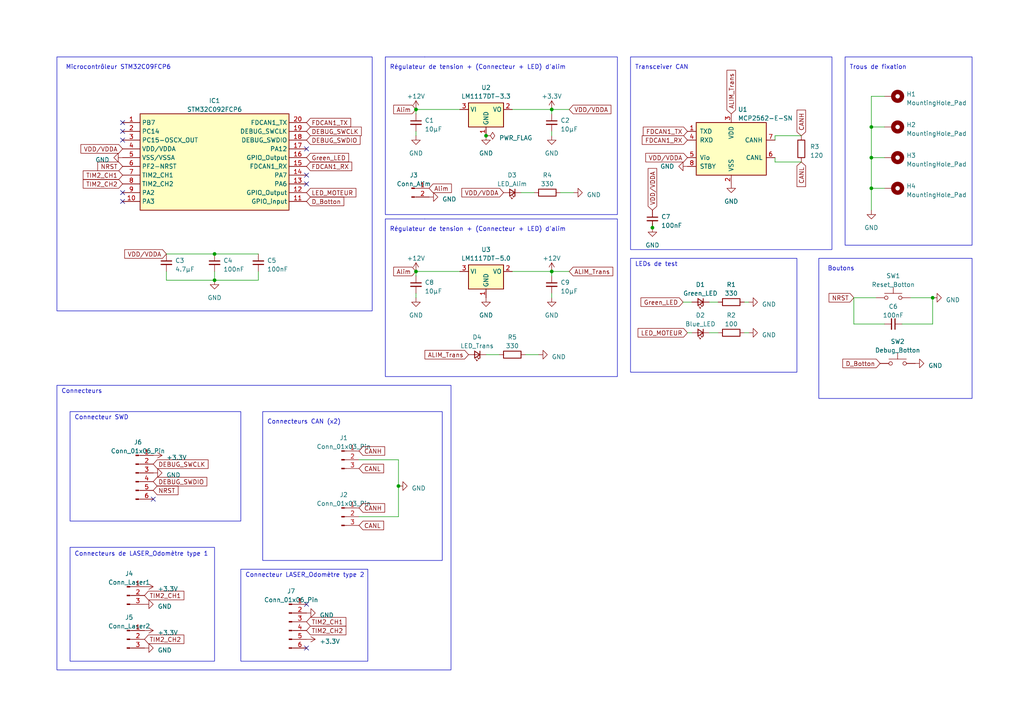
<source format=kicad_sch>
(kicad_sch (version 20230121) (generator eeschema)

  (uuid 3741a7b9-879e-49a1-88bd-82d63456a983)

  (paper "A4")

  (title_block
    (title "PROJET_CONCEPTION_ODOMETRE")
    (date "2026-02-10")
    (rev "1.0")
    (company "ENSEA")
  )

  (lib_symbols
    (symbol "Connector:Conn_01x02_Pin" (pin_names (offset 1.016) hide) (in_bom yes) (on_board yes)
      (property "Reference" "J" (at 0 2.54 0)
        (effects (font (size 1.27 1.27)))
      )
      (property "Value" "Conn_01x02_Pin" (at 0 -5.08 0)
        (effects (font (size 1.27 1.27)))
      )
      (property "Footprint" "" (at 0 0 0)
        (effects (font (size 1.27 1.27)) hide)
      )
      (property "Datasheet" "~" (at 0 0 0)
        (effects (font (size 1.27 1.27)) hide)
      )
      (property "ki_locked" "" (at 0 0 0)
        (effects (font (size 1.27 1.27)))
      )
      (property "ki_keywords" "connector" (at 0 0 0)
        (effects (font (size 1.27 1.27)) hide)
      )
      (property "ki_description" "Generic connector, single row, 01x02, script generated" (at 0 0 0)
        (effects (font (size 1.27 1.27)) hide)
      )
      (property "ki_fp_filters" "Connector*:*_1x??_*" (at 0 0 0)
        (effects (font (size 1.27 1.27)) hide)
      )
      (symbol "Conn_01x02_Pin_1_1"
        (polyline
          (pts
            (xy 1.27 -2.54)
            (xy 0.8636 -2.54)
          )
          (stroke (width 0.1524) (type default))
          (fill (type none))
        )
        (polyline
          (pts
            (xy 1.27 0)
            (xy 0.8636 0)
          )
          (stroke (width 0.1524) (type default))
          (fill (type none))
        )
        (rectangle (start 0.8636 -2.413) (end 0 -2.667)
          (stroke (width 0.1524) (type default))
          (fill (type outline))
        )
        (rectangle (start 0.8636 0.127) (end 0 -0.127)
          (stroke (width 0.1524) (type default))
          (fill (type outline))
        )
        (pin passive line (at 5.08 0 180) (length 3.81)
          (name "Pin_1" (effects (font (size 1.27 1.27))))
          (number "1" (effects (font (size 1.27 1.27))))
        )
        (pin passive line (at 5.08 -2.54 180) (length 3.81)
          (name "Pin_2" (effects (font (size 1.27 1.27))))
          (number "2" (effects (font (size 1.27 1.27))))
        )
      )
    )
    (symbol "Connector:Conn_01x03_Pin" (pin_names (offset 1.016) hide) (in_bom yes) (on_board yes)
      (property "Reference" "J" (at 0 5.08 0)
        (effects (font (size 1.27 1.27)))
      )
      (property "Value" "Conn_01x03_Pin" (at 0 -5.08 0)
        (effects (font (size 1.27 1.27)))
      )
      (property "Footprint" "" (at 0 0 0)
        (effects (font (size 1.27 1.27)) hide)
      )
      (property "Datasheet" "~" (at 0 0 0)
        (effects (font (size 1.27 1.27)) hide)
      )
      (property "ki_locked" "" (at 0 0 0)
        (effects (font (size 1.27 1.27)))
      )
      (property "ki_keywords" "connector" (at 0 0 0)
        (effects (font (size 1.27 1.27)) hide)
      )
      (property "ki_description" "Generic connector, single row, 01x03, script generated" (at 0 0 0)
        (effects (font (size 1.27 1.27)) hide)
      )
      (property "ki_fp_filters" "Connector*:*_1x??_*" (at 0 0 0)
        (effects (font (size 1.27 1.27)) hide)
      )
      (symbol "Conn_01x03_Pin_1_1"
        (polyline
          (pts
            (xy 1.27 -2.54)
            (xy 0.8636 -2.54)
          )
          (stroke (width 0.1524) (type default))
          (fill (type none))
        )
        (polyline
          (pts
            (xy 1.27 0)
            (xy 0.8636 0)
          )
          (stroke (width 0.1524) (type default))
          (fill (type none))
        )
        (polyline
          (pts
            (xy 1.27 2.54)
            (xy 0.8636 2.54)
          )
          (stroke (width 0.1524) (type default))
          (fill (type none))
        )
        (rectangle (start 0.8636 -2.413) (end 0 -2.667)
          (stroke (width 0.1524) (type default))
          (fill (type outline))
        )
        (rectangle (start 0.8636 0.127) (end 0 -0.127)
          (stroke (width 0.1524) (type default))
          (fill (type outline))
        )
        (rectangle (start 0.8636 2.667) (end 0 2.413)
          (stroke (width 0.1524) (type default))
          (fill (type outline))
        )
        (pin passive line (at 5.08 2.54 180) (length 3.81)
          (name "Pin_1" (effects (font (size 1.27 1.27))))
          (number "1" (effects (font (size 1.27 1.27))))
        )
        (pin passive line (at 5.08 0 180) (length 3.81)
          (name "Pin_2" (effects (font (size 1.27 1.27))))
          (number "2" (effects (font (size 1.27 1.27))))
        )
        (pin passive line (at 5.08 -2.54 180) (length 3.81)
          (name "Pin_3" (effects (font (size 1.27 1.27))))
          (number "3" (effects (font (size 1.27 1.27))))
        )
      )
    )
    (symbol "Connector:Conn_01x06_Pin" (pin_names (offset 1.016) hide) (in_bom yes) (on_board yes)
      (property "Reference" "J" (at 0 7.62 0)
        (effects (font (size 1.27 1.27)))
      )
      (property "Value" "Conn_01x06_Pin" (at 0 -10.16 0)
        (effects (font (size 1.27 1.27)))
      )
      (property "Footprint" "" (at 0 0 0)
        (effects (font (size 1.27 1.27)) hide)
      )
      (property "Datasheet" "~" (at 0 0 0)
        (effects (font (size 1.27 1.27)) hide)
      )
      (property "ki_locked" "" (at 0 0 0)
        (effects (font (size 1.27 1.27)))
      )
      (property "ki_keywords" "connector" (at 0 0 0)
        (effects (font (size 1.27 1.27)) hide)
      )
      (property "ki_description" "Generic connector, single row, 01x06, script generated" (at 0 0 0)
        (effects (font (size 1.27 1.27)) hide)
      )
      (property "ki_fp_filters" "Connector*:*_1x??_*" (at 0 0 0)
        (effects (font (size 1.27 1.27)) hide)
      )
      (symbol "Conn_01x06_Pin_1_1"
        (polyline
          (pts
            (xy 1.27 -7.62)
            (xy 0.8636 -7.62)
          )
          (stroke (width 0.1524) (type default))
          (fill (type none))
        )
        (polyline
          (pts
            (xy 1.27 -5.08)
            (xy 0.8636 -5.08)
          )
          (stroke (width 0.1524) (type default))
          (fill (type none))
        )
        (polyline
          (pts
            (xy 1.27 -2.54)
            (xy 0.8636 -2.54)
          )
          (stroke (width 0.1524) (type default))
          (fill (type none))
        )
        (polyline
          (pts
            (xy 1.27 0)
            (xy 0.8636 0)
          )
          (stroke (width 0.1524) (type default))
          (fill (type none))
        )
        (polyline
          (pts
            (xy 1.27 2.54)
            (xy 0.8636 2.54)
          )
          (stroke (width 0.1524) (type default))
          (fill (type none))
        )
        (polyline
          (pts
            (xy 1.27 5.08)
            (xy 0.8636 5.08)
          )
          (stroke (width 0.1524) (type default))
          (fill (type none))
        )
        (rectangle (start 0.8636 -7.493) (end 0 -7.747)
          (stroke (width 0.1524) (type default))
          (fill (type outline))
        )
        (rectangle (start 0.8636 -4.953) (end 0 -5.207)
          (stroke (width 0.1524) (type default))
          (fill (type outline))
        )
        (rectangle (start 0.8636 -2.413) (end 0 -2.667)
          (stroke (width 0.1524) (type default))
          (fill (type outline))
        )
        (rectangle (start 0.8636 0.127) (end 0 -0.127)
          (stroke (width 0.1524) (type default))
          (fill (type outline))
        )
        (rectangle (start 0.8636 2.667) (end 0 2.413)
          (stroke (width 0.1524) (type default))
          (fill (type outline))
        )
        (rectangle (start 0.8636 5.207) (end 0 4.953)
          (stroke (width 0.1524) (type default))
          (fill (type outline))
        )
        (pin passive line (at 5.08 5.08 180) (length 3.81)
          (name "Pin_1" (effects (font (size 1.27 1.27))))
          (number "1" (effects (font (size 1.27 1.27))))
        )
        (pin passive line (at 5.08 2.54 180) (length 3.81)
          (name "Pin_2" (effects (font (size 1.27 1.27))))
          (number "2" (effects (font (size 1.27 1.27))))
        )
        (pin passive line (at 5.08 0 180) (length 3.81)
          (name "Pin_3" (effects (font (size 1.27 1.27))))
          (number "3" (effects (font (size 1.27 1.27))))
        )
        (pin passive line (at 5.08 -2.54 180) (length 3.81)
          (name "Pin_4" (effects (font (size 1.27 1.27))))
          (number "4" (effects (font (size 1.27 1.27))))
        )
        (pin passive line (at 5.08 -5.08 180) (length 3.81)
          (name "Pin_5" (effects (font (size 1.27 1.27))))
          (number "5" (effects (font (size 1.27 1.27))))
        )
        (pin passive line (at 5.08 -7.62 180) (length 3.81)
          (name "Pin_6" (effects (font (size 1.27 1.27))))
          (number "6" (effects (font (size 1.27 1.27))))
        )
      )
    )
    (symbol "Device:C_Small" (pin_numbers hide) (pin_names (offset 0.254) hide) (in_bom yes) (on_board yes)
      (property "Reference" "C" (at 0.254 1.778 0)
        (effects (font (size 1.27 1.27)) (justify left))
      )
      (property "Value" "C_Small" (at 0.254 -2.032 0)
        (effects (font (size 1.27 1.27)) (justify left))
      )
      (property "Footprint" "" (at 0 0 0)
        (effects (font (size 1.27 1.27)) hide)
      )
      (property "Datasheet" "~" (at 0 0 0)
        (effects (font (size 1.27 1.27)) hide)
      )
      (property "ki_keywords" "capacitor cap" (at 0 0 0)
        (effects (font (size 1.27 1.27)) hide)
      )
      (property "ki_description" "Unpolarized capacitor, small symbol" (at 0 0 0)
        (effects (font (size 1.27 1.27)) hide)
      )
      (property "ki_fp_filters" "C_*" (at 0 0 0)
        (effects (font (size 1.27 1.27)) hide)
      )
      (symbol "C_Small_0_1"
        (polyline
          (pts
            (xy -1.524 -0.508)
            (xy 1.524 -0.508)
          )
          (stroke (width 0.3302) (type default))
          (fill (type none))
        )
        (polyline
          (pts
            (xy -1.524 0.508)
            (xy 1.524 0.508)
          )
          (stroke (width 0.3048) (type default))
          (fill (type none))
        )
      )
      (symbol "C_Small_1_1"
        (pin passive line (at 0 2.54 270) (length 2.032)
          (name "~" (effects (font (size 1.27 1.27))))
          (number "1" (effects (font (size 1.27 1.27))))
        )
        (pin passive line (at 0 -2.54 90) (length 2.032)
          (name "~" (effects (font (size 1.27 1.27))))
          (number "2" (effects (font (size 1.27 1.27))))
        )
      )
    )
    (symbol "Device:LED_Small" (pin_numbers hide) (pin_names (offset 0.254) hide) (in_bom yes) (on_board yes)
      (property "Reference" "D" (at -1.27 3.175 0)
        (effects (font (size 1.27 1.27)) (justify left))
      )
      (property "Value" "LED_Small" (at -4.445 -2.54 0)
        (effects (font (size 1.27 1.27)) (justify left))
      )
      (property "Footprint" "" (at 0 0 90)
        (effects (font (size 1.27 1.27)) hide)
      )
      (property "Datasheet" "~" (at 0 0 90)
        (effects (font (size 1.27 1.27)) hide)
      )
      (property "ki_keywords" "LED diode light-emitting-diode" (at 0 0 0)
        (effects (font (size 1.27 1.27)) hide)
      )
      (property "ki_description" "Light emitting diode, small symbol" (at 0 0 0)
        (effects (font (size 1.27 1.27)) hide)
      )
      (property "ki_fp_filters" "LED* LED_SMD:* LED_THT:*" (at 0 0 0)
        (effects (font (size 1.27 1.27)) hide)
      )
      (symbol "LED_Small_0_1"
        (polyline
          (pts
            (xy -0.762 -1.016)
            (xy -0.762 1.016)
          )
          (stroke (width 0.254) (type default))
          (fill (type none))
        )
        (polyline
          (pts
            (xy 1.016 0)
            (xy -0.762 0)
          )
          (stroke (width 0) (type default))
          (fill (type none))
        )
        (polyline
          (pts
            (xy 0.762 -1.016)
            (xy -0.762 0)
            (xy 0.762 1.016)
            (xy 0.762 -1.016)
          )
          (stroke (width 0.254) (type default))
          (fill (type none))
        )
        (polyline
          (pts
            (xy 0 0.762)
            (xy -0.508 1.27)
            (xy -0.254 1.27)
            (xy -0.508 1.27)
            (xy -0.508 1.016)
          )
          (stroke (width 0) (type default))
          (fill (type none))
        )
        (polyline
          (pts
            (xy 0.508 1.27)
            (xy 0 1.778)
            (xy 0.254 1.778)
            (xy 0 1.778)
            (xy 0 1.524)
          )
          (stroke (width 0) (type default))
          (fill (type none))
        )
      )
      (symbol "LED_Small_1_1"
        (pin passive line (at -2.54 0 0) (length 1.778)
          (name "K" (effects (font (size 1.27 1.27))))
          (number "1" (effects (font (size 1.27 1.27))))
        )
        (pin passive line (at 2.54 0 180) (length 1.778)
          (name "A" (effects (font (size 1.27 1.27))))
          (number "2" (effects (font (size 1.27 1.27))))
        )
      )
    )
    (symbol "Device:R" (pin_numbers hide) (pin_names (offset 0)) (in_bom yes) (on_board yes)
      (property "Reference" "R" (at 2.032 0 90)
        (effects (font (size 1.27 1.27)))
      )
      (property "Value" "R" (at 0 0 90)
        (effects (font (size 1.27 1.27)))
      )
      (property "Footprint" "" (at -1.778 0 90)
        (effects (font (size 1.27 1.27)) hide)
      )
      (property "Datasheet" "~" (at 0 0 0)
        (effects (font (size 1.27 1.27)) hide)
      )
      (property "ki_keywords" "R res resistor" (at 0 0 0)
        (effects (font (size 1.27 1.27)) hide)
      )
      (property "ki_description" "Resistor" (at 0 0 0)
        (effects (font (size 1.27 1.27)) hide)
      )
      (property "ki_fp_filters" "R_*" (at 0 0 0)
        (effects (font (size 1.27 1.27)) hide)
      )
      (symbol "R_0_1"
        (rectangle (start -1.016 -2.54) (end 1.016 2.54)
          (stroke (width 0.254) (type default))
          (fill (type none))
        )
      )
      (symbol "R_1_1"
        (pin passive line (at 0 3.81 270) (length 1.27)
          (name "~" (effects (font (size 1.27 1.27))))
          (number "1" (effects (font (size 1.27 1.27))))
        )
        (pin passive line (at 0 -3.81 90) (length 1.27)
          (name "~" (effects (font (size 1.27 1.27))))
          (number "2" (effects (font (size 1.27 1.27))))
        )
      )
    )
    (symbol "Interface_CAN_LIN:MCP2562-E-SN" (pin_names (offset 1.016)) (in_bom yes) (on_board yes)
      (property "Reference" "U" (at -10.16 8.89 0)
        (effects (font (size 1.27 1.27)) (justify left))
      )
      (property "Value" "MCP2562-E-SN" (at 2.54 8.89 0)
        (effects (font (size 1.27 1.27)) (justify left))
      )
      (property "Footprint" "Package_SO:SOIC-8_3.9x4.9mm_P1.27mm" (at 0 -12.7 0)
        (effects (font (size 1.27 1.27) italic) hide)
      )
      (property "Datasheet" "http://ww1.microchip.com/downloads/en/DeviceDoc/25167A.pdf" (at 0 0 0)
        (effects (font (size 1.27 1.27)) hide)
      )
      (property "ki_keywords" "High-Speed CAN Transceiver" (at 0 0 0)
        (effects (font (size 1.27 1.27)) hide)
      )
      (property "ki_description" "High-Speed CAN Transceiver, 1Mbps, 5V supply, Vio pin, -40C to +125C, SOIC-8" (at 0 0 0)
        (effects (font (size 1.27 1.27)) hide)
      )
      (property "ki_fp_filters" "SOIC*3.9x4.9mm*P1.27mm*" (at 0 0 0)
        (effects (font (size 1.27 1.27)) hide)
      )
      (symbol "MCP2562-E-SN_0_1"
        (rectangle (start -10.16 7.62) (end 10.16 -7.62)
          (stroke (width 0.254) (type default))
          (fill (type background))
        )
      )
      (symbol "MCP2562-E-SN_1_1"
        (pin input line (at -12.7 5.08 0) (length 2.54)
          (name "TXD" (effects (font (size 1.27 1.27))))
          (number "1" (effects (font (size 1.27 1.27))))
        )
        (pin power_in line (at 0 -10.16 90) (length 2.54)
          (name "VSS" (effects (font (size 1.27 1.27))))
          (number "2" (effects (font (size 1.27 1.27))))
        )
        (pin power_in line (at 0 10.16 270) (length 2.54)
          (name "VDD" (effects (font (size 1.27 1.27))))
          (number "3" (effects (font (size 1.27 1.27))))
        )
        (pin output line (at -12.7 2.54 0) (length 2.54)
          (name "RXD" (effects (font (size 1.27 1.27))))
          (number "4" (effects (font (size 1.27 1.27))))
        )
        (pin power_in line (at -12.7 -2.54 0) (length 2.54)
          (name "Vio" (effects (font (size 1.27 1.27))))
          (number "5" (effects (font (size 1.27 1.27))))
        )
        (pin bidirectional line (at 12.7 -2.54 180) (length 2.54)
          (name "CANL" (effects (font (size 1.27 1.27))))
          (number "6" (effects (font (size 1.27 1.27))))
        )
        (pin bidirectional line (at 12.7 2.54 180) (length 2.54)
          (name "CANH" (effects (font (size 1.27 1.27))))
          (number "7" (effects (font (size 1.27 1.27))))
        )
        (pin input line (at -12.7 -5.08 0) (length 2.54)
          (name "STBY" (effects (font (size 1.27 1.27))))
          (number "8" (effects (font (size 1.27 1.27))))
        )
      )
    )
    (symbol "Mechanical:MountingHole_Pad" (pin_numbers hide) (pin_names (offset 1.016) hide) (in_bom yes) (on_board yes)
      (property "Reference" "H" (at 0 6.35 0)
        (effects (font (size 1.27 1.27)))
      )
      (property "Value" "MountingHole_Pad" (at 0 4.445 0)
        (effects (font (size 1.27 1.27)))
      )
      (property "Footprint" "" (at 0 0 0)
        (effects (font (size 1.27 1.27)) hide)
      )
      (property "Datasheet" "~" (at 0 0 0)
        (effects (font (size 1.27 1.27)) hide)
      )
      (property "ki_keywords" "mounting hole" (at 0 0 0)
        (effects (font (size 1.27 1.27)) hide)
      )
      (property "ki_description" "Mounting Hole with connection" (at 0 0 0)
        (effects (font (size 1.27 1.27)) hide)
      )
      (property "ki_fp_filters" "MountingHole*Pad*" (at 0 0 0)
        (effects (font (size 1.27 1.27)) hide)
      )
      (symbol "MountingHole_Pad_0_1"
        (circle (center 0 1.27) (radius 1.27)
          (stroke (width 1.27) (type default))
          (fill (type none))
        )
      )
      (symbol "MountingHole_Pad_1_1"
        (pin input line (at 0 -2.54 90) (length 2.54)
          (name "1" (effects (font (size 1.27 1.27))))
          (number "1" (effects (font (size 1.27 1.27))))
        )
      )
    )
    (symbol "Regulator_Linear:LM1117DT-3.3" (in_bom yes) (on_board yes)
      (property "Reference" "U" (at -3.81 3.175 0)
        (effects (font (size 1.27 1.27)))
      )
      (property "Value" "LM1117DT-3.3" (at 0 3.175 0)
        (effects (font (size 1.27 1.27)) (justify left))
      )
      (property "Footprint" "Package_TO_SOT_SMD:TO-252-3_TabPin2" (at 0 0 0)
        (effects (font (size 1.27 1.27)) hide)
      )
      (property "Datasheet" "http://www.ti.com/lit/ds/symlink/lm1117.pdf" (at 0 0 0)
        (effects (font (size 1.27 1.27)) hide)
      )
      (property "ki_keywords" "linear regulator ldo fixed positive" (at 0 0 0)
        (effects (font (size 1.27 1.27)) hide)
      )
      (property "ki_description" "800mA Low-Dropout Linear Regulator, 3.3V fixed output, TO-252" (at 0 0 0)
        (effects (font (size 1.27 1.27)) hide)
      )
      (property "ki_fp_filters" "TO?252*" (at 0 0 0)
        (effects (font (size 1.27 1.27)) hide)
      )
      (symbol "LM1117DT-3.3_0_1"
        (rectangle (start -5.08 -5.08) (end 5.08 1.905)
          (stroke (width 0.254) (type default))
          (fill (type background))
        )
      )
      (symbol "LM1117DT-3.3_1_1"
        (pin power_in line (at 0 -7.62 90) (length 2.54)
          (name "GND" (effects (font (size 1.27 1.27))))
          (number "1" (effects (font (size 1.27 1.27))))
        )
        (pin power_out line (at 7.62 0 180) (length 2.54)
          (name "VO" (effects (font (size 1.27 1.27))))
          (number "2" (effects (font (size 1.27 1.27))))
        )
        (pin power_in line (at -7.62 0 0) (length 2.54)
          (name "VI" (effects (font (size 1.27 1.27))))
          (number "3" (effects (font (size 1.27 1.27))))
        )
      )
    )
    (symbol "Regulator_Linear:LM1117DT-5.0" (in_bom yes) (on_board yes)
      (property "Reference" "U" (at -3.81 3.175 0)
        (effects (font (size 1.27 1.27)))
      )
      (property "Value" "LM1117DT-5.0" (at 0 3.175 0)
        (effects (font (size 1.27 1.27)) (justify left))
      )
      (property "Footprint" "Package_TO_SOT_SMD:TO-252-3_TabPin2" (at 0 0 0)
        (effects (font (size 1.27 1.27)) hide)
      )
      (property "Datasheet" "http://www.ti.com/lit/ds/symlink/lm1117.pdf" (at 0 0 0)
        (effects (font (size 1.27 1.27)) hide)
      )
      (property "ki_keywords" "linear regulator ldo fixed positive" (at 0 0 0)
        (effects (font (size 1.27 1.27)) hide)
      )
      (property "ki_description" "800mA Low-Dropout Linear Regulator, 5.0V fixed output, TO-252" (at 0 0 0)
        (effects (font (size 1.27 1.27)) hide)
      )
      (property "ki_fp_filters" "TO?252*" (at 0 0 0)
        (effects (font (size 1.27 1.27)) hide)
      )
      (symbol "LM1117DT-5.0_0_1"
        (rectangle (start -5.08 -5.08) (end 5.08 1.905)
          (stroke (width 0.254) (type default))
          (fill (type background))
        )
      )
      (symbol "LM1117DT-5.0_1_1"
        (pin power_in line (at 0 -7.62 90) (length 2.54)
          (name "GND" (effects (font (size 1.27 1.27))))
          (number "1" (effects (font (size 1.27 1.27))))
        )
        (pin power_out line (at 7.62 0 180) (length 2.54)
          (name "VO" (effects (font (size 1.27 1.27))))
          (number "2" (effects (font (size 1.27 1.27))))
        )
        (pin power_in line (at -7.62 0 0) (length 2.54)
          (name "VI" (effects (font (size 1.27 1.27))))
          (number "3" (effects (font (size 1.27 1.27))))
        )
      )
    )
    (symbol "STM32C092FCP6:STM32C092FCP6" (in_bom yes) (on_board yes)
      (property "Reference" "IC1" (at 26.67 6.35 0)
        (effects (font (size 1.27 1.27)))
      )
      (property "Value" "STM32C092FCP6" (at 26.67 3.81 0)
        (effects (font (size 1.27 1.27)))
      )
      (property "Footprint" "Package_SO:TSSOP-20_4.4x6.5mm_P0.65mm" (at 49.53 -94.92 0)
        (effects (font (size 1.27 1.27)) (justify left top) hide)
      )
      (property "Datasheet" "https://www.st.com/resource/en/datasheet/stm32c091cb.pdf" (at 49.53 -194.92 0)
        (effects (font (size 1.27 1.27)) (justify left top) hide)
      )
      (property "Farnell Part Number" "" (at 49.53 -494.92 0)
        (effects (font (size 1.27 1.27)) (justify left top) hide)
      )
      (property "Height" "1.2" (at 49.53 -394.92 0)
        (effects (font (size 1.27 1.27)) (justify left top) hide)
      )
      (property "Farnell Price/Stock" "" (at 49.53 -594.92 0)
        (effects (font (size 1.27 1.27)) (justify left top) hide)
      )
      (property "Manufacturer_Name" "STMicroelectronics" (at 49.53 -694.92 0)
        (effects (font (size 1.27 1.27)) (justify left top) hide)
      )
      (property "Manufacturer_Part_Number" "STM32C092FCP6" (at 49.53 -794.92 0)
        (effects (font (size 1.27 1.27)) (justify left top) hide)
      )
      (property "ki_description" "Mainstream Arm Cortex-M0+ MCU with 256 Kbytes of Flash memory, 30 Kbytes RAM, 48 MHz CPU, 4x USART, timers, ADC, comm. I/F, 2-3.6V" (at 0 0 0)
        (effects (font (size 1.27 1.27)) hide)
      )
      (symbol "STM32C092FCP6_1_1"
        (rectangle (start 5.08 2.54) (end 48.26 -25.4)
          (stroke (width 0.254) (type default))
          (fill (type background))
        )
        (pin passive line (at 0 0 0) (length 5.08)
          (name "PB7" (effects (font (size 1.27 1.27))))
          (number "1" (effects (font (size 1.27 1.27))))
        )
        (pin passive line (at 0 -22.86 0) (length 5.08)
          (name "PA3" (effects (font (size 1.27 1.27))))
          (number "10" (effects (font (size 1.27 1.27))))
        )
        (pin passive line (at 53.34 -22.86 180) (length 5.08)
          (name "GPIO_input" (effects (font (size 1.27 1.27))))
          (number "11" (effects (font (size 1.27 1.27))))
        )
        (pin passive line (at 53.34 -20.32 180) (length 5.08)
          (name "GPIO_Output" (effects (font (size 1.27 1.27))))
          (number "12" (effects (font (size 1.27 1.27))))
        )
        (pin passive line (at 53.34 -17.78 180) (length 5.08)
          (name "PA6" (effects (font (size 1.27 1.27))))
          (number "13" (effects (font (size 1.27 1.27))))
        )
        (pin passive line (at 53.34 -15.24 180) (length 5.08)
          (name "PA7" (effects (font (size 1.27 1.27))))
          (number "14" (effects (font (size 1.27 1.27))))
        )
        (pin passive line (at 53.34 -12.7 180) (length 5.08)
          (name "FDCAN1_RX" (effects (font (size 1.27 1.27))))
          (number "15" (effects (font (size 1.27 1.27))))
        )
        (pin passive line (at 53.34 -10.16 180) (length 5.08)
          (name "GPIO_Output" (effects (font (size 1.27 1.27))))
          (number "16" (effects (font (size 1.27 1.27))))
        )
        (pin passive line (at 53.34 -7.62 180) (length 5.08)
          (name "PA12" (effects (font (size 1.27 1.27))))
          (number "17" (effects (font (size 1.27 1.27))))
        )
        (pin passive line (at 53.34 -5.08 180) (length 5.08)
          (name "DEBUG_SWDIO" (effects (font (size 1.27 1.27))))
          (number "18" (effects (font (size 1.27 1.27))))
        )
        (pin passive line (at 53.34 -2.54 180) (length 5.08)
          (name "DEBUG_SWCLK" (effects (font (size 1.27 1.27))))
          (number "19" (effects (font (size 1.27 1.27))))
        )
        (pin passive line (at 0 -2.54 0) (length 5.08)
          (name "PC14" (effects (font (size 1.27 1.27))))
          (number "2" (effects (font (size 1.27 1.27))))
        )
        (pin passive line (at 53.34 0 180) (length 5.08)
          (name "FDCAN1_TX" (effects (font (size 1.27 1.27))))
          (number "20" (effects (font (size 1.27 1.27))))
        )
        (pin passive line (at 0 -5.08 0) (length 5.08)
          (name "PC15-OSCX_OUT" (effects (font (size 1.27 1.27))))
          (number "3" (effects (font (size 1.27 1.27))))
        )
        (pin passive line (at 0 -7.62 0) (length 5.08)
          (name "VDD/VDDA" (effects (font (size 1.27 1.27))))
          (number "4" (effects (font (size 1.27 1.27))))
        )
        (pin passive line (at 0 -10.16 0) (length 5.08)
          (name "VSS/VSSA" (effects (font (size 1.27 1.27))))
          (number "5" (effects (font (size 1.27 1.27))))
        )
        (pin passive line (at 0 -12.7 0) (length 5.08)
          (name "PF2-NRST" (effects (font (size 1.27 1.27))))
          (number "6" (effects (font (size 1.27 1.27))))
        )
        (pin passive line (at 0 -15.24 0) (length 5.08)
          (name "TIM2_CH1" (effects (font (size 1.27 1.27))))
          (number "7" (effects (font (size 1.27 1.27))))
        )
        (pin passive line (at 0 -17.78 0) (length 5.08)
          (name "TIM2_CH2" (effects (font (size 1.27 1.27))))
          (number "8" (effects (font (size 1.27 1.27))))
        )
        (pin passive line (at 0 -20.32 0) (length 5.08)
          (name "PA2" (effects (font (size 1.27 1.27))))
          (number "9" (effects (font (size 1.27 1.27))))
        )
      )
    )
    (symbol "Switch:SW_Push" (pin_numbers hide) (pin_names (offset 1.016) hide) (in_bom yes) (on_board yes)
      (property "Reference" "SW" (at 1.27 2.54 0)
        (effects (font (size 1.27 1.27)) (justify left))
      )
      (property "Value" "SW_Push" (at 0 -1.524 0)
        (effects (font (size 1.27 1.27)))
      )
      (property "Footprint" "" (at 0 5.08 0)
        (effects (font (size 1.27 1.27)) hide)
      )
      (property "Datasheet" "~" (at 0 5.08 0)
        (effects (font (size 1.27 1.27)) hide)
      )
      (property "ki_keywords" "switch normally-open pushbutton push-button" (at 0 0 0)
        (effects (font (size 1.27 1.27)) hide)
      )
      (property "ki_description" "Push button switch, generic, two pins" (at 0 0 0)
        (effects (font (size 1.27 1.27)) hide)
      )
      (symbol "SW_Push_0_1"
        (circle (center -2.032 0) (radius 0.508)
          (stroke (width 0) (type default))
          (fill (type none))
        )
        (polyline
          (pts
            (xy 0 1.27)
            (xy 0 3.048)
          )
          (stroke (width 0) (type default))
          (fill (type none))
        )
        (polyline
          (pts
            (xy 2.54 1.27)
            (xy -2.54 1.27)
          )
          (stroke (width 0) (type default))
          (fill (type none))
        )
        (circle (center 2.032 0) (radius 0.508)
          (stroke (width 0) (type default))
          (fill (type none))
        )
        (pin passive line (at -5.08 0 0) (length 2.54)
          (name "1" (effects (font (size 1.27 1.27))))
          (number "1" (effects (font (size 1.27 1.27))))
        )
        (pin passive line (at 5.08 0 180) (length 2.54)
          (name "2" (effects (font (size 1.27 1.27))))
          (number "2" (effects (font (size 1.27 1.27))))
        )
      )
    )
    (symbol "power:+12V" (power) (pin_names (offset 0)) (in_bom yes) (on_board yes)
      (property "Reference" "#PWR" (at 0 -3.81 0)
        (effects (font (size 1.27 1.27)) hide)
      )
      (property "Value" "+12V" (at 0 3.556 0)
        (effects (font (size 1.27 1.27)))
      )
      (property "Footprint" "" (at 0 0 0)
        (effects (font (size 1.27 1.27)) hide)
      )
      (property "Datasheet" "" (at 0 0 0)
        (effects (font (size 1.27 1.27)) hide)
      )
      (property "ki_keywords" "global power" (at 0 0 0)
        (effects (font (size 1.27 1.27)) hide)
      )
      (property "ki_description" "Power symbol creates a global label with name \"+12V\"" (at 0 0 0)
        (effects (font (size 1.27 1.27)) hide)
      )
      (symbol "+12V_0_1"
        (polyline
          (pts
            (xy -0.762 1.27)
            (xy 0 2.54)
          )
          (stroke (width 0) (type default))
          (fill (type none))
        )
        (polyline
          (pts
            (xy 0 0)
            (xy 0 2.54)
          )
          (stroke (width 0) (type default))
          (fill (type none))
        )
        (polyline
          (pts
            (xy 0 2.54)
            (xy 0.762 1.27)
          )
          (stroke (width 0) (type default))
          (fill (type none))
        )
      )
      (symbol "+12V_1_1"
        (pin power_in line (at 0 0 90) (length 0) hide
          (name "+12V" (effects (font (size 1.27 1.27))))
          (number "1" (effects (font (size 1.27 1.27))))
        )
      )
    )
    (symbol "power:+3.3V" (power) (pin_names (offset 0)) (in_bom yes) (on_board yes)
      (property "Reference" "#PWR" (at 0 -3.81 0)
        (effects (font (size 1.27 1.27)) hide)
      )
      (property "Value" "+3.3V" (at 0 3.556 0)
        (effects (font (size 1.27 1.27)))
      )
      (property "Footprint" "" (at 0 0 0)
        (effects (font (size 1.27 1.27)) hide)
      )
      (property "Datasheet" "" (at 0 0 0)
        (effects (font (size 1.27 1.27)) hide)
      )
      (property "ki_keywords" "global power" (at 0 0 0)
        (effects (font (size 1.27 1.27)) hide)
      )
      (property "ki_description" "Power symbol creates a global label with name \"+3.3V\"" (at 0 0 0)
        (effects (font (size 1.27 1.27)) hide)
      )
      (symbol "+3.3V_0_1"
        (polyline
          (pts
            (xy -0.762 1.27)
            (xy 0 2.54)
          )
          (stroke (width 0) (type default))
          (fill (type none))
        )
        (polyline
          (pts
            (xy 0 0)
            (xy 0 2.54)
          )
          (stroke (width 0) (type default))
          (fill (type none))
        )
        (polyline
          (pts
            (xy 0 2.54)
            (xy 0.762 1.27)
          )
          (stroke (width 0) (type default))
          (fill (type none))
        )
      )
      (symbol "+3.3V_1_1"
        (pin power_in line (at 0 0 90) (length 0) hide
          (name "+3.3V" (effects (font (size 1.27 1.27))))
          (number "1" (effects (font (size 1.27 1.27))))
        )
      )
    )
    (symbol "power:GND" (power) (pin_names (offset 0)) (in_bom yes) (on_board yes)
      (property "Reference" "#PWR" (at 0 -6.35 0)
        (effects (font (size 1.27 1.27)) hide)
      )
      (property "Value" "GND" (at 0 -3.81 0)
        (effects (font (size 1.27 1.27)))
      )
      (property "Footprint" "" (at 0 0 0)
        (effects (font (size 1.27 1.27)) hide)
      )
      (property "Datasheet" "" (at 0 0 0)
        (effects (font (size 1.27 1.27)) hide)
      )
      (property "ki_keywords" "global power" (at 0 0 0)
        (effects (font (size 1.27 1.27)) hide)
      )
      (property "ki_description" "Power symbol creates a global label with name \"GND\" , ground" (at 0 0 0)
        (effects (font (size 1.27 1.27)) hide)
      )
      (symbol "GND_0_1"
        (polyline
          (pts
            (xy 0 0)
            (xy 0 -1.27)
            (xy 1.27 -1.27)
            (xy 0 -2.54)
            (xy -1.27 -1.27)
            (xy 0 -1.27)
          )
          (stroke (width 0) (type default))
          (fill (type none))
        )
      )
      (symbol "GND_1_1"
        (pin power_in line (at 0 0 270) (length 0) hide
          (name "GND" (effects (font (size 1.27 1.27))))
          (number "1" (effects (font (size 1.27 1.27))))
        )
      )
    )
    (symbol "power:PWR_FLAG" (power) (pin_numbers hide) (pin_names (offset 0) hide) (in_bom yes) (on_board yes)
      (property "Reference" "#FLG" (at 0 1.905 0)
        (effects (font (size 1.27 1.27)) hide)
      )
      (property "Value" "PWR_FLAG" (at 0 3.81 0)
        (effects (font (size 1.27 1.27)))
      )
      (property "Footprint" "" (at 0 0 0)
        (effects (font (size 1.27 1.27)) hide)
      )
      (property "Datasheet" "~" (at 0 0 0)
        (effects (font (size 1.27 1.27)) hide)
      )
      (property "ki_keywords" "flag power" (at 0 0 0)
        (effects (font (size 1.27 1.27)) hide)
      )
      (property "ki_description" "Special symbol for telling ERC where power comes from" (at 0 0 0)
        (effects (font (size 1.27 1.27)) hide)
      )
      (symbol "PWR_FLAG_0_0"
        (pin power_out line (at 0 0 90) (length 0)
          (name "pwr" (effects (font (size 1.27 1.27))))
          (number "1" (effects (font (size 1.27 1.27))))
        )
      )
      (symbol "PWR_FLAG_0_1"
        (polyline
          (pts
            (xy 0 0)
            (xy 0 1.27)
            (xy -1.016 1.905)
            (xy 0 2.54)
            (xy 1.016 1.905)
            (xy 0 1.27)
          )
          (stroke (width 0) (type default))
          (fill (type none))
        )
      )
    )
  )

  (junction (at 62.23 73.66) (diameter 0) (color 0 0 0 0)
    (uuid 04076c33-7171-480a-9fa7-4c553ee9319c)
  )
  (junction (at 120.65 78.74) (diameter 0) (color 0 0 0 0)
    (uuid 25392c0d-a6dc-47db-8f32-8bddf6e5d41a)
  )
  (junction (at 189.23 66.04) (diameter 0) (color 0 0 0 0)
    (uuid 2badb561-2605-49c3-be8f-46987172c3ef)
  )
  (junction (at 252.73 36.83) (diameter 0) (color 0 0 0 0)
    (uuid 3d1d60cc-1868-40bc-b8fd-bbc4fcc666df)
  )
  (junction (at 252.73 54.61) (diameter 0) (color 0 0 0 0)
    (uuid 45bd5ed0-5495-4169-b860-f4d2c9a20e41)
  )
  (junction (at 160.02 78.74) (diameter 0) (color 0 0 0 0)
    (uuid 60eb2457-ddf5-408c-a2fe-04a7ff501a28)
  )
  (junction (at 160.02 31.75) (diameter 0) (color 0 0 0 0)
    (uuid 63582725-2786-4382-8204-81ac5d89a6bc)
  )
  (junction (at 62.23 81.28) (diameter 0) (color 0 0 0 0)
    (uuid 88271d4e-8c23-40ff-a427-8c32d57f8d46)
  )
  (junction (at 270.51 86.36) (diameter 0) (color 0 0 0 0)
    (uuid b2d61e8c-98fb-4733-a499-cf97e2813887)
  )
  (junction (at 252.73 45.72) (diameter 0) (color 0 0 0 0)
    (uuid c2a1c76b-89dc-4c60-8ea2-b3750cd6e781)
  )
  (junction (at 115.57 140.97) (diameter 0) (color 0 0 0 0)
    (uuid c5bfbaef-f7fd-44ba-a0bd-caa97f9d9915)
  )
  (junction (at 140.97 39.37) (diameter 0) (color 0 0 0 0)
    (uuid df3d26d3-b54f-459c-984c-41d02155c9f2)
  )
  (junction (at 120.65 31.75) (diameter 0) (color 0 0 0 0)
    (uuid e30f5dfe-4a32-4e91-9d2e-1ee4e2631fb2)
  )

  (no_connect (at 88.9 175.26) (uuid 070c366f-7419-45c8-88b5-da6abd8cc145))
  (no_connect (at 35.56 35.56) (uuid 1888ae39-2e9a-4ff6-87f3-fb82bb5fa6c8))
  (no_connect (at 88.9 50.8) (uuid 1a09202b-e37b-49d1-8c31-be7b68543ba2))
  (no_connect (at 88.9 53.34) (uuid 7d4fc060-b84b-47cf-bd1e-18acf61a6977))
  (no_connect (at 44.45 144.78) (uuid 90faac12-d7fd-4a36-ba13-3d979c59f2e3))
  (no_connect (at 35.56 55.88) (uuid c9a73684-23c5-4754-adfc-24629dd59870))
  (no_connect (at 88.9 43.18) (uuid cfe345b3-480d-43d1-ad63-f94e3891f818))
  (no_connect (at 35.56 58.42) (uuid d6939b74-623b-4619-b1aa-73bba02e8913))
  (no_connect (at 88.9 187.96) (uuid dc8c0b69-0c5d-4a24-b6b3-9dfc94469f0f))
  (no_connect (at 35.56 40.64) (uuid de9b5d24-0ebb-490b-b261-5f63c0042d96))
  (no_connect (at 35.56 38.1) (uuid f6114dee-cd0f-4178-b2d1-2e546dd53048))

  (wire (pts (xy 224.79 39.37) (xy 232.41 39.37))
    (stroke (width 0) (type default))
    (uuid 0679a377-e6ca-4cc9-bbdf-06c22cde3614)
  )
  (wire (pts (xy 160.02 39.37) (xy 160.02 38.1))
    (stroke (width 0) (type default))
    (uuid 09322a7a-beb6-4171-bbb1-b22391a8ac5d)
  )
  (wire (pts (xy 120.65 78.74) (xy 120.65 80.01))
    (stroke (width 0) (type default))
    (uuid 0aa97339-84cf-4be7-b5b1-b1c7cda19992)
  )
  (wire (pts (xy 205.74 96.52) (xy 208.28 96.52))
    (stroke (width 0) (type default))
    (uuid 0acb64f0-eacf-4fbe-85d6-9b15a62352f8)
  )
  (wire (pts (xy 270.51 93.98) (xy 270.51 86.36))
    (stroke (width 0) (type default))
    (uuid 12410528-322c-4a79-81d7-8d8be5c7756f)
  )
  (wire (pts (xy 252.73 36.83) (xy 252.73 45.72))
    (stroke (width 0) (type default))
    (uuid 1642488c-62c0-4f6f-93bd-21ac77163d9c)
  )
  (wire (pts (xy 62.23 78.74) (xy 62.23 81.28))
    (stroke (width 0) (type default))
    (uuid 1b4e21c9-5557-4b10-be44-0b07bd42afdc)
  )
  (wire (pts (xy 252.73 45.72) (xy 252.73 54.61))
    (stroke (width 0) (type default))
    (uuid 20c35306-1a1c-4614-b25e-8e326200ec1e)
  )
  (wire (pts (xy 224.79 45.72) (xy 224.79 46.99))
    (stroke (width 0) (type default))
    (uuid 358fabcd-5064-47db-b48a-8ecbf1db03fd)
  )
  (wire (pts (xy 148.59 31.75) (xy 160.02 31.75))
    (stroke (width 0) (type default))
    (uuid 36866b51-2de2-4ed7-8783-aef07c49ad19)
  )
  (wire (pts (xy 252.73 27.94) (xy 252.73 36.83))
    (stroke (width 0) (type default))
    (uuid 3c1679ef-ed72-448c-85ec-1a742800f028)
  )
  (wire (pts (xy 247.65 86.36) (xy 247.65 93.98))
    (stroke (width 0) (type default))
    (uuid 3fe39cf4-e816-4ce7-9732-696c11d60349)
  )
  (wire (pts (xy 152.4 102.87) (xy 156.21 102.87))
    (stroke (width 0) (type default))
    (uuid 4040f0ca-ee91-4b77-86ea-95b3f92ec69e)
  )
  (wire (pts (xy 74.93 78.74) (xy 74.93 81.28))
    (stroke (width 0) (type default))
    (uuid 44259875-5ae4-4e8d-af80-47752b94108d)
  )
  (wire (pts (xy 62.23 81.28) (xy 74.93 81.28))
    (stroke (width 0) (type default))
    (uuid 45525314-1e44-4773-807c-8dc0af2cfbff)
  )
  (wire (pts (xy 115.57 149.86) (xy 104.14 149.86))
    (stroke (width 0) (type default))
    (uuid 45f2642e-bff3-42a8-ab79-2836c8dbf6bb)
  )
  (wire (pts (xy 256.54 27.94) (xy 252.73 27.94))
    (stroke (width 0) (type default))
    (uuid 4621746d-1233-401e-b465-4159339f6c58)
  )
  (wire (pts (xy 115.57 140.97) (xy 115.57 149.86))
    (stroke (width 0) (type default))
    (uuid 46a006ed-1de3-40ff-89b4-6f6e2efd5d65)
  )
  (wire (pts (xy 252.73 36.83) (xy 256.54 36.83))
    (stroke (width 0) (type default))
    (uuid 4d5a672e-eba9-4914-a774-80910b86a52b)
  )
  (wire (pts (xy 205.74 87.63) (xy 208.28 87.63))
    (stroke (width 0) (type default))
    (uuid 4dc60588-8c46-4838-8fb0-2fa9e49558a0)
  )
  (wire (pts (xy 247.65 93.98) (xy 256.54 93.98))
    (stroke (width 0) (type default))
    (uuid 58e11e5f-0694-4e6c-8d92-4f8dd72084d9)
  )
  (wire (pts (xy 165.1 31.75) (xy 160.02 31.75))
    (stroke (width 0) (type default))
    (uuid 5a91f600-1eb6-4ff9-a738-1351b405113a)
  )
  (wire (pts (xy 215.9 96.52) (xy 217.17 96.52))
    (stroke (width 0) (type default))
    (uuid 5e14bc8e-5807-4874-8c1f-782d3612b5eb)
  )
  (wire (pts (xy 252.73 54.61) (xy 252.73 60.96))
    (stroke (width 0) (type default))
    (uuid 61847c35-0613-404b-91ae-ee7aaa84729e)
  )
  (wire (pts (xy 48.26 78.74) (xy 48.26 81.28))
    (stroke (width 0) (type default))
    (uuid 6938c42e-4253-41a1-9541-85306bbf1c46)
  )
  (wire (pts (xy 148.59 78.74) (xy 160.02 78.74))
    (stroke (width 0) (type default))
    (uuid 737a62e5-be72-4e46-9e6f-5f1ac014c094)
  )
  (wire (pts (xy 120.65 31.75) (xy 120.65 33.02))
    (stroke (width 0) (type default))
    (uuid 75d8a1f6-b1ef-414c-a601-1d6e5cbd6be5)
  )
  (wire (pts (xy 160.02 86.36) (xy 160.02 85.09))
    (stroke (width 0) (type default))
    (uuid 84c82e6c-15e3-46e9-951e-c500b3d6c90d)
  )
  (wire (pts (xy 160.02 78.74) (xy 160.02 80.01))
    (stroke (width 0) (type default))
    (uuid 8846d4ab-e4ac-45e5-850a-7511698993d4)
  )
  (wire (pts (xy 189.23 66.04) (xy 189.23 64.77))
    (stroke (width 0) (type default))
    (uuid 8d38f96e-11b4-4de6-be1f-9dfae7bbda3c)
  )
  (wire (pts (xy 120.65 31.75) (xy 133.35 31.75))
    (stroke (width 0) (type default))
    (uuid 9036fcc2-8aa7-4604-9531-dc863c8b1d5a)
  )
  (wire (pts (xy 261.62 93.98) (xy 270.51 93.98))
    (stroke (width 0) (type default))
    (uuid 91a18fcd-4dd1-443b-9338-4f5af0fc44f6)
  )
  (wire (pts (xy 62.23 73.66) (xy 74.93 73.66))
    (stroke (width 0) (type default))
    (uuid 931e9e60-6adb-4ab4-a82e-ce2b2f66fb07)
  )
  (wire (pts (xy 120.65 78.74) (xy 133.35 78.74))
    (stroke (width 0) (type default))
    (uuid 959a779f-f5a4-4ce5-ab1a-62b4af56f9a0)
  )
  (wire (pts (xy 115.57 133.35) (xy 115.57 140.97))
    (stroke (width 0) (type default))
    (uuid 9cab0a3e-1da9-4eda-8d99-b97522d4b8c4)
  )
  (wire (pts (xy 215.9 87.63) (xy 217.17 87.63))
    (stroke (width 0) (type default))
    (uuid 9e10d49d-4dee-4e2e-ac9c-478ae59bf40c)
  )
  (wire (pts (xy 48.26 73.66) (xy 62.23 73.66))
    (stroke (width 0) (type default))
    (uuid a322dffb-42cf-40cf-b875-6c106cafb86b)
  )
  (wire (pts (xy 252.73 45.72) (xy 256.54 45.72))
    (stroke (width 0) (type default))
    (uuid a3e36b14-7341-4765-a585-8c1f49caca64)
  )
  (wire (pts (xy 224.79 46.99) (xy 232.41 46.99))
    (stroke (width 0) (type default))
    (uuid a6525329-e80a-4298-b1e4-2e714f64a940)
  )
  (wire (pts (xy 48.26 81.28) (xy 62.23 81.28))
    (stroke (width 0) (type default))
    (uuid b118d2d0-b08e-4fec-9352-04473eaac2ef)
  )
  (wire (pts (xy 151.13 55.88) (xy 154.94 55.88))
    (stroke (width 0) (type default))
    (uuid b5868ae7-8824-470f-aaec-b0923f60a719)
  )
  (wire (pts (xy 140.97 102.87) (xy 144.78 102.87))
    (stroke (width 0) (type default))
    (uuid b60860a2-fcdf-4d76-a8ae-e613b37ce2f0)
  )
  (wire (pts (xy 224.79 40.64) (xy 224.79 39.37))
    (stroke (width 0) (type default))
    (uuid c05609dd-f0a8-42b1-8e26-11359e7efe85)
  )
  (wire (pts (xy 198.12 87.63) (xy 200.66 87.63))
    (stroke (width 0) (type default))
    (uuid cc049f93-0398-495c-a4d9-e0541fbc60e1)
  )
  (wire (pts (xy 120.65 85.09) (xy 120.65 86.36))
    (stroke (width 0) (type default))
    (uuid d1e3240b-9a36-4489-a3d4-2bdab113e36c)
  )
  (wire (pts (xy 254 86.36) (xy 247.65 86.36))
    (stroke (width 0) (type default))
    (uuid d9015a21-cf8a-4e07-b510-34d5a95349ee)
  )
  (wire (pts (xy 120.65 38.1) (xy 120.65 39.37))
    (stroke (width 0) (type default))
    (uuid dc14fc24-4012-4971-a66d-ea725d4955c7)
  )
  (wire (pts (xy 252.73 54.61) (xy 256.54 54.61))
    (stroke (width 0) (type default))
    (uuid df66d481-f3cb-4ae9-a633-6610c4694899)
  )
  (wire (pts (xy 104.14 133.35) (xy 115.57 133.35))
    (stroke (width 0) (type default))
    (uuid eb9c05b8-d2e5-4edf-b0fa-811ffb19bf5b)
  )
  (wire (pts (xy 162.56 55.88) (xy 166.37 55.88))
    (stroke (width 0) (type default))
    (uuid ede4b719-c000-47e5-8058-2a7c4740e034)
  )
  (wire (pts (xy 165.1 78.74) (xy 160.02 78.74))
    (stroke (width 0) (type default))
    (uuid efe0cd96-4866-49c0-88b6-4b939eeca064)
  )
  (wire (pts (xy 270.51 86.36) (xy 264.16 86.36))
    (stroke (width 0) (type default))
    (uuid f2cc35fa-3971-42aa-b5a8-65832baf9fb7)
  )
  (wire (pts (xy 199.39 96.52) (xy 200.66 96.52))
    (stroke (width 0) (type default))
    (uuid fc3680e9-64e8-4785-8393-aa05808d4bd4)
  )
  (wire (pts (xy 160.02 31.75) (xy 160.02 33.02))
    (stroke (width 0) (type default))
    (uuid fd4a1d43-32b4-4aec-8675-efa19159a6d9)
  )

  (rectangle (start 16.51 111.76) (end 130.81 194.31)
    (stroke (width 0) (type default))
    (fill (type none))
    (uuid 074c918f-75d4-4ecd-928d-a3200b7c698e)
  )
  (rectangle (start 237.49 74.93) (end 281.94 115.57)
    (stroke (width 0) (type default))
    (fill (type none))
    (uuid 2b2d343f-87c4-4cea-8db4-18c231e1be53)
  )
  (rectangle (start 182.88 74.93) (end 231.14 107.95)
    (stroke (width 0) (type default))
    (fill (type none))
    (uuid 3ac2ba8f-f40e-48e4-ab2b-163989468636)
  )
  (rectangle (start 76.2 119.38) (end 128.27 162.56)
    (stroke (width 0) (type default))
    (fill (type none))
    (uuid 3c2f5fdb-ae64-4335-a7eb-98e09205b5ec)
  )
  (rectangle (start 16.51 16.51) (end 107.95 90.17)
    (stroke (width 0) (type default))
    (fill (type none))
    (uuid 444938ce-ff31-4953-909c-55375cd069cb)
  )
  (rectangle (start 20.32 119.38) (end 69.85 151.13)
    (stroke (width 0) (type default))
    (fill (type none))
    (uuid 5ed987b3-1d04-451a-a0d8-3cf6bc90d759)
  )
  (rectangle (start 123.19 16.51) (end 123.19 16.51)
    (stroke (width 0) (type default))
    (fill (type none))
    (uuid 6246cc1d-1cd3-481a-9abc-a09cf70df046)
  )
  (rectangle (start 245.11 16.51) (end 281.94 71.12)
    (stroke (width 0) (type default))
    (fill (type none))
    (uuid 7632c51c-25bb-4815-9fc4-f268c9ce2bab)
  )
  (rectangle (start 111.76 16.51) (end 179.07 62.23)
    (stroke (width 0) (type default))
    (fill (type none))
    (uuid 8b0923a8-c131-4f32-bd3a-2cb5c2e05531)
  )
  (rectangle (start 111.76 63.5) (end 179.07 109.22)
    (stroke (width 0) (type default))
    (fill (type none))
    (uuid 94c23d0f-bdb8-454a-b83b-40f4f82349d5)
  )
  (rectangle (start 182.88 16.51) (end 241.3 72.39)
    (stroke (width 0) (type default))
    (fill (type none))
    (uuid 96249934-4e50-4fff-a836-7759bb5c80b7)
  )
  (rectangle (start 201.93 91.44) (end 201.93 91.44)
    (stroke (width 0) (type default))
    (fill (type none))
    (uuid a99e2ded-c939-40b7-b2d3-cefff7626a93)
  )
  (rectangle (start 20.32 158.75) (end 62.23 191.77)
    (stroke (width 0) (type default))
    (fill (type none))
    (uuid ada295a7-c001-499d-8e8f-d26b794b6d37)
  )
  (rectangle (start 69.85 165.1) (end 106.68 191.77)
    (stroke (width 0) (type default))
    (fill (type none))
    (uuid da36a03f-2fa1-4286-82a9-0abc0b28e8ca)
  )
  (rectangle (start 123.19 63.5) (end 123.19 63.5)
    (stroke (width 0) (type default))
    (fill (type none))
    (uuid ffc11716-68ae-46d3-90e2-f12a527313db)
  )

  (text "LEDs de test\n" (at 184.15 77.47 0)
    (effects (font (size 1.27 1.27)) (justify left bottom))
    (uuid 396c1173-abb8-435b-9bf3-408dbcd2d400)
  )
  (text "Transceiver CAN\n" (at 184.15 20.32 0)
    (effects (font (size 1.27 1.27)) (justify left bottom))
    (uuid 3eb7beaa-9fa4-4de6-81d3-849f23e265c6)
  )
  (text "Connecteurs CAN (x2)\n" (at 77.47 123.19 0)
    (effects (font (size 1.27 1.27)) (justify left bottom))
    (uuid 449160d3-691e-4da3-95fd-b34f121dfe15)
  )
  (text "Régulateur de tension + (Connecteur + LED) d'alim" (at 113.03 67.31 0)
    (effects (font (size 1.27 1.27)) (justify left bottom))
    (uuid 5d2581cb-9759-41db-b0ba-2edca128feed)
  )
  (text "Connecteur SWD " (at 21.59 121.92 0)
    (effects (font (size 1.27 1.27)) (justify left bottom))
    (uuid 63e1c3fc-cea0-4408-9a24-08bb060c52c9)
  )
  (text "Connecteurs de LASER_Odomètre type 1\n\n\n\n" (at 21.59 167.64 0)
    (effects (font (size 1.27 1.27)) (justify left bottom))
    (uuid 6dcd096b-54c8-405c-a6ad-c57852b8dfa4)
  )
  (text "Connecteurs\n" (at 17.78 114.3 0)
    (effects (font (size 1.27 1.27)) (justify left bottom))
    (uuid 8097849b-1f8b-4ac3-91f7-8d680388b2c1)
  )
  (text "Boutons" (at 240.03 78.74 0)
    (effects (font (size 1.27 1.27)) (justify left bottom))
    (uuid 8da47d03-0e92-42eb-83af-4fe223f41c57)
  )
  (text "Régulateur de tension + (Connecteur + LED) d'alim" (at 113.03 20.32 0)
    (effects (font (size 1.27 1.27)) (justify left bottom))
    (uuid 90ef1fa8-d5ba-46e0-a069-26bd3e3c3022)
  )
  (text "Connecteur LASER_Odomètre type 2\n" (at 71.12 167.64 0)
    (effects (font (size 1.27 1.27)) (justify left bottom))
    (uuid a6f1b83e-51d6-4578-9da8-56d552df3035)
  )
  (text "Microcontrôleur STM32C09FCP6\n" (at 19.05 20.32 0)
    (effects (font (size 1.27 1.27)) (justify left bottom))
    (uuid aafe0f89-c46f-4eff-afda-294fdaf91cb5)
  )
  (text "Trous de fixation\n" (at 246.38 20.32 0)
    (effects (font (size 1.27 1.27)) (justify left bottom))
    (uuid d7f0ebcd-7300-4e85-bfd9-42b0e27b09d8)
  )

  (global_label "FDCAN1_RX" (shape input) (at 199.39 40.64 180) (fields_autoplaced)
    (effects (font (size 1.27 1.27)) (justify right))
    (uuid 029605b2-c82a-4f69-b989-541a44be96f6)
    (property "Intersheetrefs" "${INTERSHEET_REFS}" (at 185.7799 40.64 0)
      (effects (font (size 1.27 1.27)) (justify right) hide)
    )
  )
  (global_label "Alim" (shape input) (at 124.46 54.61 0) (fields_autoplaced)
    (effects (font (size 1.27 1.27)) (justify left))
    (uuid 0306464c-b60a-493d-9b8c-826eb528803e)
    (property "Intersheetrefs" "${INTERSHEET_REFS}" (at 131.4177 54.61 0)
      (effects (font (size 1.27 1.27)) (justify left) hide)
    )
  )
  (global_label "DEBUG_SWCLK" (shape input) (at 44.45 134.62 0) (fields_autoplaced)
    (effects (font (size 1.27 1.27)) (justify left))
    (uuid 0f05176b-913b-4437-a356-0d151e11433a)
    (property "Intersheetrefs" "${INTERSHEET_REFS}" (at 60.8419 134.62 0)
      (effects (font (size 1.27 1.27)) (justify left) hide)
    )
  )
  (global_label "Green_LED" (shape input) (at 198.12 87.63 180) (fields_autoplaced)
    (effects (font (size 1.27 1.27)) (justify right))
    (uuid 14aa5298-ecb8-4ba2-b3cb-f118e1011305)
    (property "Intersheetrefs" "${INTERSHEET_REFS}" (at 185.4171 87.63 0)
      (effects (font (size 1.27 1.27)) (justify right) hide)
    )
  )
  (global_label "TIM2_CH2" (shape input) (at 41.91 185.42 0) (fields_autoplaced)
    (effects (font (size 1.27 1.27)) (justify left))
    (uuid 15074071-8fa7-4a5e-a4f2-97e30aec4a83)
    (property "Intersheetrefs" "${INTERSHEET_REFS}" (at 53.8267 185.42 0)
      (effects (font (size 1.27 1.27)) (justify left) hide)
    )
  )
  (global_label "LED_MOTEUR" (shape input) (at 199.39 96.52 180) (fields_autoplaced)
    (effects (font (size 1.27 1.27)) (justify right))
    (uuid 2a324b06-19db-4ca5-aa32-e66548f558e7)
    (property "Intersheetrefs" "${INTERSHEET_REFS}" (at 184.5705 96.52 0)
      (effects (font (size 1.27 1.27)) (justify right) hide)
    )
  )
  (global_label "TIM2_CH1" (shape input) (at 35.56 50.8 180) (fields_autoplaced)
    (effects (font (size 1.27 1.27)) (justify right))
    (uuid 4af4ed1b-06be-4bba-b363-256901c90c38)
    (property "Intersheetrefs" "${INTERSHEET_REFS}" (at 23.6433 50.8 0)
      (effects (font (size 1.27 1.27)) (justify right) hide)
    )
  )
  (global_label "TIM2_CH1" (shape input) (at 88.9 180.34 0) (fields_autoplaced)
    (effects (font (size 1.27 1.27)) (justify left))
    (uuid 5643c83b-757e-42f9-9524-e6f74e26e59a)
    (property "Intersheetrefs" "${INTERSHEET_REFS}" (at 100.8167 180.34 0)
      (effects (font (size 1.27 1.27)) (justify left) hide)
    )
  )
  (global_label "VDD{slash}VDDA" (shape input) (at 189.23 60.96 90) (fields_autoplaced)
    (effects (font (size 1.27 1.27)) (justify left))
    (uuid 655b358f-d701-4d89-adb1-096167dbfc75)
    (property "Intersheetrefs" "${INTERSHEET_REFS}" (at 189.23 48.3779 90)
      (effects (font (size 1.27 1.27)) (justify left) hide)
    )
  )
  (global_label "FDCAN1_RX" (shape input) (at 88.9 48.26 0) (fields_autoplaced)
    (effects (font (size 1.27 1.27)) (justify left))
    (uuid 660dafd9-c92f-4101-9b1d-3b84a7ad6f40)
    (property "Intersheetrefs" "${INTERSHEET_REFS}" (at 102.5101 48.26 0)
      (effects (font (size 1.27 1.27)) (justify left) hide)
    )
  )
  (global_label "CANH" (shape input) (at 232.41 39.37 90) (fields_autoplaced)
    (effects (font (size 1.27 1.27)) (justify left))
    (uuid 6d1701dd-30fa-4ccb-a639-a9da6095bb9e)
    (property "Intersheetrefs" "${INTERSHEET_REFS}" (at 232.41 31.4446 90)
      (effects (font (size 1.27 1.27)) (justify left) hide)
    )
  )
  (global_label "Green_LED" (shape input) (at 88.9 45.72 0) (fields_autoplaced)
    (effects (font (size 1.27 1.27)) (justify left))
    (uuid 72232be1-dc53-4319-802a-2f35a8366bc3)
    (property "Intersheetrefs" "${INTERSHEET_REFS}" (at 101.6029 45.72 0)
      (effects (font (size 1.27 1.27)) (justify left) hide)
    )
  )
  (global_label "FDCAN1_TX" (shape input) (at 199.39 38.1 180) (fields_autoplaced)
    (effects (font (size 1.27 1.27)) (justify right))
    (uuid 78a0fce1-f023-4764-90f8-4057981c42c0)
    (property "Intersheetrefs" "${INTERSHEET_REFS}" (at 186.0823 38.1 0)
      (effects (font (size 1.27 1.27)) (justify right) hide)
    )
  )
  (global_label "VDD{slash}VDDA" (shape input) (at 165.1 31.75 0) (fields_autoplaced)
    (effects (font (size 1.27 1.27)) (justify left))
    (uuid 7e98a6b2-2a95-4553-b0ca-a5b2eae2e230)
    (property "Intersheetrefs" "${INTERSHEET_REFS}" (at 177.6821 31.75 0)
      (effects (font (size 1.27 1.27)) (justify left) hide)
    )
  )
  (global_label "CANL" (shape input) (at 104.14 152.4 0) (fields_autoplaced)
    (effects (font (size 1.27 1.27)) (justify left))
    (uuid 7f8d47be-a673-4784-a7c8-db89b2eb6a3f)
    (property "Intersheetrefs" "${INTERSHEET_REFS}" (at 111.763 152.4 0)
      (effects (font (size 1.27 1.27)) (justify left) hide)
    )
  )
  (global_label "VDD{slash}VDDA" (shape input) (at 48.26 73.66 180) (fields_autoplaced)
    (effects (font (size 1.27 1.27)) (justify right))
    (uuid 8523f759-9778-4dbc-9a2d-b009c8bda667)
    (property "Intersheetrefs" "${INTERSHEET_REFS}" (at 35.6779 73.66 0)
      (effects (font (size 1.27 1.27)) (justify right) hide)
    )
  )
  (global_label "CANH" (shape input) (at 104.14 147.32 0) (fields_autoplaced)
    (effects (font (size 1.27 1.27)) (justify left))
    (uuid 8889872b-bcfb-4c15-a71a-0d9e5dbee02e)
    (property "Intersheetrefs" "${INTERSHEET_REFS}" (at 112.0654 147.32 0)
      (effects (font (size 1.27 1.27)) (justify left) hide)
    )
  )
  (global_label "VDD{slash}VDDA" (shape input) (at 35.56 43.18 180) (fields_autoplaced)
    (effects (font (size 1.27 1.27)) (justify right))
    (uuid 90684302-bec6-4e8b-90a8-0f62310febc0)
    (property "Intersheetrefs" "${INTERSHEET_REFS}" (at 22.9779 43.18 0)
      (effects (font (size 1.27 1.27)) (justify right) hide)
    )
  )
  (global_label "TIM2_CH2" (shape input) (at 35.56 53.34 180) (fields_autoplaced)
    (effects (font (size 1.27 1.27)) (justify right))
    (uuid 93543fe9-4188-4038-a30a-1b7b4a11a152)
    (property "Intersheetrefs" "${INTERSHEET_REFS}" (at 23.6433 53.34 0)
      (effects (font (size 1.27 1.27)) (justify right) hide)
    )
  )
  (global_label "NRST" (shape input) (at 247.65 86.36 180) (fields_autoplaced)
    (effects (font (size 1.27 1.27)) (justify right))
    (uuid 94d894e0-70b1-49de-ad60-a4f046d600d4)
    (property "Intersheetrefs" "${INTERSHEET_REFS}" (at 239.9666 86.36 0)
      (effects (font (size 1.27 1.27)) (justify right) hide)
    )
  )
  (global_label "Alim" (shape input) (at 120.65 78.74 180) (fields_autoplaced)
    (effects (font (size 1.27 1.27)) (justify right))
    (uuid 9a71f951-7004-4b1b-92c2-817dff41ffd6)
    (property "Intersheetrefs" "${INTERSHEET_REFS}" (at 113.6923 78.74 0)
      (effects (font (size 1.27 1.27)) (justify right) hide)
    )
  )
  (global_label "TIM2_CH2" (shape input) (at 88.9 182.88 0) (fields_autoplaced)
    (effects (font (size 1.27 1.27)) (justify left))
    (uuid 9b82f44b-d374-4ca8-b9ae-71c4132fdc80)
    (property "Intersheetrefs" "${INTERSHEET_REFS}" (at 100.8167 182.88 0)
      (effects (font (size 1.27 1.27)) (justify left) hide)
    )
  )
  (global_label "NRST" (shape input) (at 44.45 142.24 0) (fields_autoplaced)
    (effects (font (size 1.27 1.27)) (justify left))
    (uuid 9bc703bf-934e-40a0-8f58-743a46e4579b)
    (property "Intersheetrefs" "${INTERSHEET_REFS}" (at 52.1334 142.24 0)
      (effects (font (size 1.27 1.27)) (justify left) hide)
    )
  )
  (global_label "D_Botton" (shape input) (at 88.9 58.42 0) (fields_autoplaced)
    (effects (font (size 1.27 1.27)) (justify left))
    (uuid a5b75c21-c315-4a20-ab0d-ab62340679d4)
    (property "Intersheetrefs" "${INTERSHEET_REFS}" (at 100.2118 58.42 0)
      (effects (font (size 1.27 1.27)) (justify left) hide)
    )
  )
  (global_label "VDD{slash}VDDA" (shape input) (at 199.39 45.72 180) (fields_autoplaced)
    (effects (font (size 1.27 1.27)) (justify right))
    (uuid adacd741-027c-44fa-9ffd-0cb1d729337d)
    (property "Intersheetrefs" "${INTERSHEET_REFS}" (at 186.8079 45.72 0)
      (effects (font (size 1.27 1.27)) (justify right) hide)
    )
  )
  (global_label "DEBUG_SWCLK" (shape input) (at 88.9 38.1 0) (fields_autoplaced)
    (effects (font (size 1.27 1.27)) (justify left))
    (uuid b4d825bb-5e74-4986-9e66-707cead4ec5d)
    (property "Intersheetrefs" "${INTERSHEET_REFS}" (at 105.2919 38.1 0)
      (effects (font (size 1.27 1.27)) (justify left) hide)
    )
  )
  (global_label "CANL" (shape input) (at 232.41 46.99 270) (fields_autoplaced)
    (effects (font (size 1.27 1.27)) (justify right))
    (uuid b586662e-7738-4d3e-abbf-93f6de613147)
    (property "Intersheetrefs" "${INTERSHEET_REFS}" (at 232.41 54.613 90)
      (effects (font (size 1.27 1.27)) (justify right) hide)
    )
  )
  (global_label "CANH" (shape input) (at 104.14 130.81 0) (fields_autoplaced)
    (effects (font (size 1.27 1.27)) (justify left))
    (uuid b7f006fb-a6ad-4388-882d-9ad364fda4ac)
    (property "Intersheetrefs" "${INTERSHEET_REFS}" (at 112.0654 130.81 0)
      (effects (font (size 1.27 1.27)) (justify left) hide)
    )
  )
  (global_label "Alim" (shape input) (at 120.65 31.75 180) (fields_autoplaced)
    (effects (font (size 1.27 1.27)) (justify right))
    (uuid b96c00ed-588c-4108-81f4-b585d8e55935)
    (property "Intersheetrefs" "${INTERSHEET_REFS}" (at 113.6923 31.75 0)
      (effects (font (size 1.27 1.27)) (justify right) hide)
    )
  )
  (global_label "NRST" (shape input) (at 35.56 48.26 180) (fields_autoplaced)
    (effects (font (size 1.27 1.27)) (justify right))
    (uuid b9fbfd96-0194-4c52-973a-8282b93076b7)
    (property "Intersheetrefs" "${INTERSHEET_REFS}" (at 27.8766 48.26 0)
      (effects (font (size 1.27 1.27)) (justify right) hide)
    )
  )
  (global_label "TIM2_CH1" (shape input) (at 41.91 172.72 0) (fields_autoplaced)
    (effects (font (size 1.27 1.27)) (justify left))
    (uuid ba60988d-4b2f-412d-ba1e-c97f9c749ce8)
    (property "Intersheetrefs" "${INTERSHEET_REFS}" (at 53.8267 172.72 0)
      (effects (font (size 1.27 1.27)) (justify left) hide)
    )
  )
  (global_label "ALIM_Trans" (shape input) (at 212.09 33.02 90) (fields_autoplaced)
    (effects (font (size 1.27 1.27)) (justify left))
    (uuid c29a3e8f-cf28-46d3-851f-84ff8bff1ce2)
    (property "Intersheetrefs" "${INTERSHEET_REFS}" (at 212.09 19.8938 90)
      (effects (font (size 1.27 1.27)) (justify left) hide)
    )
  )
  (global_label "LED_MOTEUR" (shape input) (at 88.9 55.88 0) (fields_autoplaced)
    (effects (font (size 1.27 1.27)) (justify left))
    (uuid c77e3c72-c142-410f-be1a-0dfdd4122618)
    (property "Intersheetrefs" "${INTERSHEET_REFS}" (at 103.7195 55.88 0)
      (effects (font (size 1.27 1.27)) (justify left) hide)
    )
  )
  (global_label "FDCAN1_TX" (shape input) (at 88.9 35.56 0) (fields_autoplaced)
    (effects (font (size 1.27 1.27)) (justify left))
    (uuid c892b7c5-3045-4c02-80f9-6d6e5aa11967)
    (property "Intersheetrefs" "${INTERSHEET_REFS}" (at 102.2077 35.56 0)
      (effects (font (size 1.27 1.27)) (justify left) hide)
    )
  )
  (global_label "D_Botton" (shape input) (at 255.27 105.41 180) (fields_autoplaced)
    (effects (font (size 1.27 1.27)) (justify right))
    (uuid d1afb180-102d-4cc1-bf7a-82df9244c6a8)
    (property "Intersheetrefs" "${INTERSHEET_REFS}" (at 243.9582 105.41 0)
      (effects (font (size 1.27 1.27)) (justify right) hide)
    )
  )
  (global_label "DEBUG_SWDIO" (shape input) (at 88.9 40.64 0) (fields_autoplaced)
    (effects (font (size 1.27 1.27)) (justify left))
    (uuid d2ebcf7a-4ce2-4eea-9185-c2ce10e96f5c)
    (property "Intersheetrefs" "${INTERSHEET_REFS}" (at 104.9291 40.64 0)
      (effects (font (size 1.27 1.27)) (justify left) hide)
    )
  )
  (global_label "ALIM_Trans" (shape input) (at 165.1 78.74 0) (fields_autoplaced)
    (effects (font (size 1.27 1.27)) (justify left))
    (uuid d67e0598-bc56-4f77-a3fd-0ee8c5fccd5f)
    (property "Intersheetrefs" "${INTERSHEET_REFS}" (at 178.2262 78.74 0)
      (effects (font (size 1.27 1.27)) (justify left) hide)
    )
  )
  (global_label "ALIM_Trans" (shape input) (at 135.89 102.87 180) (fields_autoplaced)
    (effects (font (size 1.27 1.27)) (justify right))
    (uuid e2eddf16-e49e-482a-a762-812120bccf3e)
    (property "Intersheetrefs" "${INTERSHEET_REFS}" (at 122.7638 102.87 0)
      (effects (font (size 1.27 1.27)) (justify right) hide)
    )
  )
  (global_label "CANL" (shape input) (at 104.14 135.89 0) (fields_autoplaced)
    (effects (font (size 1.27 1.27)) (justify left))
    (uuid e8cd32e1-c14b-4ef6-b735-dab13da1045b)
    (property "Intersheetrefs" "${INTERSHEET_REFS}" (at 111.763 135.89 0)
      (effects (font (size 1.27 1.27)) (justify left) hide)
    )
  )
  (global_label "DEBUG_SWDIO" (shape input) (at 44.45 139.7 0) (fields_autoplaced)
    (effects (font (size 1.27 1.27)) (justify left))
    (uuid ea7f3da9-c228-4dde-bee5-b075e2fd9621)
    (property "Intersheetrefs" "${INTERSHEET_REFS}" (at 60.4791 139.7 0)
      (effects (font (size 1.27 1.27)) (justify left) hide)
    )
  )
  (global_label "VDD{slash}VDDA" (shape input) (at 146.05 55.88 180) (fields_autoplaced)
    (effects (font (size 1.27 1.27)) (justify right))
    (uuid fcc6001f-6637-48c1-8062-4d0fdd31131b)
    (property "Intersheetrefs" "${INTERSHEET_REFS}" (at 133.4679 55.88 0)
      (effects (font (size 1.27 1.27)) (justify right) hide)
    )
  )

  (symbol (lib_id "power:GND") (at 265.43 105.41 90) (unit 1)
    (in_bom yes) (on_board yes) (dnp no) (fields_autoplaced)
    (uuid 0107fa9c-b4d8-431e-807e-094f5c3e3ef9)
    (property "Reference" "#PWR026" (at 271.78 105.41 0)
      (effects (font (size 1.27 1.27)) hide)
    )
    (property "Value" "GND" (at 269.24 106.045 90)
      (effects (font (size 1.27 1.27)) (justify right))
    )
    (property "Footprint" "" (at 265.43 105.41 0)
      (effects (font (size 1.27 1.27)) hide)
    )
    (property "Datasheet" "" (at 265.43 105.41 0)
      (effects (font (size 1.27 1.27)) hide)
    )
    (pin "1" (uuid 2e416b1d-2a5f-4691-959a-8d02ac596580))
    (instances
      (project "Odometre_Schematic"
        (path "/3741a7b9-879e-49a1-88bd-82d63456a983"
          (reference "#PWR026") (unit 1)
        )
      )
    )
  )

  (symbol (lib_id "Device:C_Small") (at 62.23 76.2 0) (unit 1)
    (in_bom yes) (on_board yes) (dnp no) (fields_autoplaced)
    (uuid 025f0bd1-0a94-4c56-9b4b-9836dc4fa33a)
    (property "Reference" "C4" (at 64.77 75.5713 0)
      (effects (font (size 1.27 1.27)) (justify left))
    )
    (property "Value" "100nF" (at 64.77 78.1113 0)
      (effects (font (size 1.27 1.27)) (justify left))
    )
    (property "Footprint" "Capacitor_SMD:C_0805_2012Metric_Pad1.18x1.45mm_HandSolder" (at 62.23 76.2 0)
      (effects (font (size 1.27 1.27)) hide)
    )
    (property "Datasheet" "~" (at 62.23 76.2 0)
      (effects (font (size 1.27 1.27)) hide)
    )
    (pin "1" (uuid 15f5f601-3529-4d37-aa35-b8012b95ac98))
    (pin "2" (uuid 15f0621a-2ceb-49ac-a7bc-e5d4ed183045))
    (instances
      (project "Odometre_Schematic"
        (path "/3741a7b9-879e-49a1-88bd-82d63456a983"
          (reference "C4") (unit 1)
        )
      )
    )
  )

  (symbol (lib_id "Device:R") (at 158.75 55.88 90) (unit 1)
    (in_bom yes) (on_board yes) (dnp no) (fields_autoplaced)
    (uuid 0414f47f-25a3-4252-ae39-f889122499b4)
    (property "Reference" "R4" (at 158.75 50.8 90)
      (effects (font (size 1.27 1.27)))
    )
    (property "Value" "330" (at 158.75 53.34 90)
      (effects (font (size 1.27 1.27)))
    )
    (property "Footprint" "Resistor_SMD:R_0603_1608Metric_Pad0.98x0.95mm_HandSolder" (at 158.75 57.658 90)
      (effects (font (size 1.27 1.27)) hide)
    )
    (property "Datasheet" "~" (at 158.75 55.88 0)
      (effects (font (size 1.27 1.27)) hide)
    )
    (pin "1" (uuid b8a46128-04ca-495e-8d56-d4141d724b3f))
    (pin "2" (uuid e888d8ad-1890-4161-a8c0-9d9025624e21))
    (instances
      (project "Odometre_Schematic"
        (path "/3741a7b9-879e-49a1-88bd-82d63456a983"
          (reference "R4") (unit 1)
        )
      )
    )
  )

  (symbol (lib_id "Switch:SW_Push") (at 260.35 105.41 0) (unit 1)
    (in_bom yes) (on_board yes) (dnp no) (fields_autoplaced)
    (uuid 066b00ed-422f-44d4-aaf5-b0476d99ade8)
    (property "Reference" "SW2" (at 260.35 99.06 0)
      (effects (font (size 1.27 1.27)))
    )
    (property "Value" "Debug_Botton" (at 260.35 101.6 0)
      (effects (font (size 1.27 1.27)))
    )
    (property "Footprint" "Button_Switch_THT:SW_PUSH_6mm" (at 260.35 100.33 0)
      (effects (font (size 1.27 1.27)) hide)
    )
    (property "Datasheet" "~" (at 260.35 100.33 0)
      (effects (font (size 1.27 1.27)) hide)
    )
    (pin "1" (uuid c0fdbbe6-8941-48aa-af89-bb32ea0b0115))
    (pin "2" (uuid 356b0b6c-cf9e-48b4-ae74-ba7d32585257))
    (instances
      (project "Odometre_Schematic"
        (path "/3741a7b9-879e-49a1-88bd-82d63456a983"
          (reference "SW2") (unit 1)
        )
      )
    )
  )

  (symbol (lib_id "power:+3.3V") (at 41.91 170.18 270) (unit 1)
    (in_bom yes) (on_board yes) (dnp no) (fields_autoplaced)
    (uuid 079e0d7d-ecac-454c-8d7c-5aa5e6c93c65)
    (property "Reference" "#PWR017" (at 38.1 170.18 0)
      (effects (font (size 1.27 1.27)) hide)
    )
    (property "Value" "+3.3V" (at 45.72 170.815 90)
      (effects (font (size 1.27 1.27)) (justify left))
    )
    (property "Footprint" "" (at 41.91 170.18 0)
      (effects (font (size 1.27 1.27)) hide)
    )
    (property "Datasheet" "" (at 41.91 170.18 0)
      (effects (font (size 1.27 1.27)) hide)
    )
    (pin "1" (uuid 6283f511-cc75-4d6c-8890-d47928cbe8f3))
    (instances
      (project "Odometre_Schematic"
        (path "/3741a7b9-879e-49a1-88bd-82d63456a983"
          (reference "#PWR017") (unit 1)
        )
      )
    )
  )

  (symbol (lib_id "Device:R") (at 148.59 102.87 90) (unit 1)
    (in_bom yes) (on_board yes) (dnp no) (fields_autoplaced)
    (uuid 0827b6ee-b879-4730-ac48-ed9ca24406fd)
    (property "Reference" "R5" (at 148.59 97.79 90)
      (effects (font (size 1.27 1.27)))
    )
    (property "Value" "330" (at 148.59 100.33 90)
      (effects (font (size 1.27 1.27)))
    )
    (property "Footprint" "Resistor_SMD:R_0603_1608Metric_Pad0.98x0.95mm_HandSolder" (at 148.59 104.648 90)
      (effects (font (size 1.27 1.27)) hide)
    )
    (property "Datasheet" "~" (at 148.59 102.87 0)
      (effects (font (size 1.27 1.27)) hide)
    )
    (pin "1" (uuid fd36fc30-b2b1-4fa9-a6c6-48d717b98a2e))
    (pin "2" (uuid 4a916c37-036a-41a7-b58b-0a8672f430e6))
    (instances
      (project "Odometre_Schematic"
        (path "/3741a7b9-879e-49a1-88bd-82d63456a983"
          (reference "R5") (unit 1)
        )
      )
    )
  )

  (symbol (lib_id "power:+3.3V") (at 44.45 132.08 270) (unit 1)
    (in_bom yes) (on_board yes) (dnp no) (fields_autoplaced)
    (uuid 0a7f4bb8-e531-47d0-90bc-e06512ca5fc2)
    (property "Reference" "#PWR012" (at 40.64 132.08 0)
      (effects (font (size 1.27 1.27)) hide)
    )
    (property "Value" "+3.3V" (at 48.26 132.715 90)
      (effects (font (size 1.27 1.27)) (justify left))
    )
    (property "Footprint" "" (at 44.45 132.08 0)
      (effects (font (size 1.27 1.27)) hide)
    )
    (property "Datasheet" "" (at 44.45 132.08 0)
      (effects (font (size 1.27 1.27)) hide)
    )
    (pin "1" (uuid 066d5b16-0cba-470d-9ee2-62eaf35047c6))
    (instances
      (project "Odometre_Schematic"
        (path "/3741a7b9-879e-49a1-88bd-82d63456a983"
          (reference "#PWR012") (unit 1)
        )
      )
    )
  )

  (symbol (lib_id "power:GND") (at 160.02 39.37 0) (unit 1)
    (in_bom yes) (on_board yes) (dnp no) (fields_autoplaced)
    (uuid 13fe27ef-e671-4d5e-af07-5b86ec2bfbe4)
    (property "Reference" "#PWR024" (at 160.02 45.72 0)
      (effects (font (size 1.27 1.27)) hide)
    )
    (property "Value" "GND" (at 160.02 44.45 0)
      (effects (font (size 1.27 1.27)))
    )
    (property "Footprint" "" (at 160.02 39.37 0)
      (effects (font (size 1.27 1.27)) hide)
    )
    (property "Datasheet" "" (at 160.02 39.37 0)
      (effects (font (size 1.27 1.27)) hide)
    )
    (pin "1" (uuid 8399b512-62ab-4395-ba42-cc9fedb33e38))
    (instances
      (project "Odometre_Schematic"
        (path "/3741a7b9-879e-49a1-88bd-82d63456a983"
          (reference "#PWR024") (unit 1)
        )
      )
    )
  )

  (symbol (lib_id "Device:C_Small") (at 160.02 82.55 0) (unit 1)
    (in_bom yes) (on_board yes) (dnp no) (fields_autoplaced)
    (uuid 176c3f89-d3a8-455f-ab78-bf6584529765)
    (property "Reference" "C9" (at 162.56 81.9213 0)
      (effects (font (size 1.27 1.27)) (justify left))
    )
    (property "Value" "10µF" (at 162.56 84.4613 0)
      (effects (font (size 1.27 1.27)) (justify left))
    )
    (property "Footprint" "Capacitor_SMD:C_0805_2012Metric_Pad1.18x1.45mm_HandSolder" (at 160.02 82.55 0)
      (effects (font (size 1.27 1.27)) hide)
    )
    (property "Datasheet" "~" (at 160.02 82.55 0)
      (effects (font (size 1.27 1.27)) hide)
    )
    (pin "1" (uuid 8062f314-7d51-4cd9-af13-d031671de6cc))
    (pin "2" (uuid bfe3aa27-b8ec-4452-86f1-fef371eaf242))
    (instances
      (project "Odometre_Schematic"
        (path "/3741a7b9-879e-49a1-88bd-82d63456a983"
          (reference "C9") (unit 1)
        )
      )
    )
  )

  (symbol (lib_id "Device:R") (at 232.41 43.18 0) (unit 1)
    (in_bom yes) (on_board yes) (dnp no) (fields_autoplaced)
    (uuid 1b966390-c39c-4ef1-a09c-a1ee443fd9be)
    (property "Reference" "R3" (at 234.95 42.545 0)
      (effects (font (size 1.27 1.27)) (justify left))
    )
    (property "Value" "120" (at 234.95 45.085 0)
      (effects (font (size 1.27 1.27)) (justify left))
    )
    (property "Footprint" "Resistor_SMD:R_0603_1608Metric_Pad0.98x0.95mm_HandSolder" (at 230.632 43.18 90)
      (effects (font (size 1.27 1.27)) hide)
    )
    (property "Datasheet" "~" (at 232.41 43.18 0)
      (effects (font (size 1.27 1.27)) hide)
    )
    (pin "1" (uuid ec8ac628-4f82-44dd-bd5c-d49d75f9fcc3))
    (pin "2" (uuid ae7360fb-3b14-49a7-b15f-43ab494a1ddc))
    (instances
      (project "Odometre_Schematic"
        (path "/3741a7b9-879e-49a1-88bd-82d63456a983"
          (reference "R3") (unit 1)
        )
      )
    )
  )

  (symbol (lib_id "Connector:Conn_01x03_Pin") (at 36.83 172.72 0) (unit 1)
    (in_bom yes) (on_board yes) (dnp no) (fields_autoplaced)
    (uuid 1e013a5a-9ffe-47ac-9ff7-995ab8769cf3)
    (property "Reference" "J4" (at 37.465 166.37 0)
      (effects (font (size 1.27 1.27)))
    )
    (property "Value" "Conn_Laser1" (at 37.465 168.91 0)
      (effects (font (size 1.27 1.27)))
    )
    (property "Footprint" "" (at 36.83 172.72 0)
      (effects (font (size 1.27 1.27)) hide)
    )
    (property "Datasheet" "~" (at 36.83 172.72 0)
      (effects (font (size 1.27 1.27)) hide)
    )
    (pin "1" (uuid c8e5becb-14db-4df4-acfd-8edd813c334e))
    (pin "2" (uuid 2b6a1394-676c-471c-9dd4-6137882bb5d3))
    (pin "3" (uuid bf55ccaf-f4fe-4d7f-9859-43f480a56cdc))
    (instances
      (project "Odometre_Schematic"
        (path "/3741a7b9-879e-49a1-88bd-82d63456a983"
          (reference "J4") (unit 1)
        )
      )
    )
  )

  (symbol (lib_id "power:+12V") (at 160.02 78.74 0) (unit 1)
    (in_bom yes) (on_board yes) (dnp no) (fields_autoplaced)
    (uuid 206b4a98-97a1-4209-8ba6-f9b4da9e4aae)
    (property "Reference" "#PWR030" (at 160.02 82.55 0)
      (effects (font (size 1.27 1.27)) hide)
    )
    (property "Value" "+5V" (at 160.02 74.93 0)
      (effects (font (size 1.27 1.27)))
    )
    (property "Footprint" "" (at 160.02 78.74 0)
      (effects (font (size 1.27 1.27)) hide)
    )
    (property "Datasheet" "" (at 160.02 78.74 0)
      (effects (font (size 1.27 1.27)) hide)
    )
    (pin "1" (uuid 8ea6cb87-3057-412f-a685-29f12df784f3))
    (instances
      (project "Odometre_Schematic"
        (path "/3741a7b9-879e-49a1-88bd-82d63456a983"
          (reference "#PWR030") (unit 1)
        )
      )
    )
  )

  (symbol (lib_id "power:GND") (at 120.65 39.37 0) (unit 1)
    (in_bom yes) (on_board yes) (dnp no) (fields_autoplaced)
    (uuid 226c77fc-6656-4834-87d1-d10c9a92fde4)
    (property "Reference" "#PWR014" (at 120.65 45.72 0)
      (effects (font (size 1.27 1.27)) hide)
    )
    (property "Value" "GND" (at 120.65 44.45 0)
      (effects (font (size 1.27 1.27)))
    )
    (property "Footprint" "" (at 120.65 39.37 0)
      (effects (font (size 1.27 1.27)) hide)
    )
    (property "Datasheet" "" (at 120.65 39.37 0)
      (effects (font (size 1.27 1.27)) hide)
    )
    (pin "1" (uuid 7713d9c4-f77f-4500-b85e-7d0247463a14))
    (instances
      (project "Odometre_Schematic"
        (path "/3741a7b9-879e-49a1-88bd-82d63456a983"
          (reference "#PWR014") (unit 1)
        )
      )
    )
  )

  (symbol (lib_id "Device:C_Small") (at 160.02 35.56 0) (unit 1)
    (in_bom yes) (on_board yes) (dnp no) (fields_autoplaced)
    (uuid 301e7703-6f31-48c9-9030-2f9f17ca592f)
    (property "Reference" "C2" (at 162.56 34.9313 0)
      (effects (font (size 1.27 1.27)) (justify left))
    )
    (property "Value" "10µF" (at 162.56 37.4713 0)
      (effects (font (size 1.27 1.27)) (justify left))
    )
    (property "Footprint" "Capacitor_SMD:C_0805_2012Metric_Pad1.18x1.45mm_HandSolder" (at 160.02 35.56 0)
      (effects (font (size 1.27 1.27)) hide)
    )
    (property "Datasheet" "~" (at 160.02 35.56 0)
      (effects (font (size 1.27 1.27)) hide)
    )
    (pin "1" (uuid 72bf7909-9d91-4286-9db4-5af576431595))
    (pin "2" (uuid fac2b0e0-9531-48ee-a47d-99138fdaad54))
    (instances
      (project "Odometre_Schematic"
        (path "/3741a7b9-879e-49a1-88bd-82d63456a983"
          (reference "C2") (unit 1)
        )
      )
    )
  )

  (symbol (lib_id "Interface_CAN_LIN:MCP2562-E-SN") (at 212.09 43.18 0) (unit 1)
    (in_bom yes) (on_board yes) (dnp no) (fields_autoplaced)
    (uuid 34b7cfc7-d922-4557-b918-206f4930ce15)
    (property "Reference" "U1" (at 214.0459 31.75 0)
      (effects (font (size 1.27 1.27)) (justify left))
    )
    (property "Value" "MCP2562-E-SN" (at 214.0459 34.29 0)
      (effects (font (size 1.27 1.27)) (justify left))
    )
    (property "Footprint" "Package_SO:SOIC-8_3.9x4.9mm_P1.27mm" (at 212.09 55.88 0)
      (effects (font (size 1.27 1.27) italic) hide)
    )
    (property "Datasheet" "http://ww1.microchip.com/downloads/en/DeviceDoc/25167A.pdf" (at 212.09 43.18 0)
      (effects (font (size 1.27 1.27)) hide)
    )
    (pin "1" (uuid aad81e0f-93a0-4d99-9660-02b8e7df1839))
    (pin "2" (uuid 8ad7ec3d-c665-4735-bbf0-feaeac7776f4))
    (pin "3" (uuid 0c122af9-6ffe-4d13-a025-21f224e0a81f))
    (pin "4" (uuid 86ac5c6d-8f76-4640-a9dd-1acafc3196f5))
    (pin "5" (uuid 0bce253d-3ccc-47bd-a9a0-b9fa5d77d68d))
    (pin "6" (uuid a7c00ee6-de16-44f5-8d71-71d5c2853fed))
    (pin "7" (uuid 1f18fc23-0b7c-4b28-a849-6e42c06db899))
    (pin "8" (uuid b8f36ff3-3592-4ebc-9115-670897530318))
    (instances
      (project "Odometre_Schematic"
        (path "/3741a7b9-879e-49a1-88bd-82d63456a983"
          (reference "U1") (unit 1)
        )
      )
    )
  )

  (symbol (lib_id "Device:R") (at 212.09 87.63 90) (unit 1)
    (in_bom yes) (on_board yes) (dnp no) (fields_autoplaced)
    (uuid 3698d20d-8d4c-4c5f-99d6-9d8ad9ee1778)
    (property "Reference" "R1" (at 212.09 82.55 90)
      (effects (font (size 1.27 1.27)))
    )
    (property "Value" "330" (at 212.09 85.09 90)
      (effects (font (size 1.27 1.27)))
    )
    (property "Footprint" "Resistor_SMD:R_0603_1608Metric_Pad0.98x0.95mm_HandSolder" (at 212.09 89.408 90)
      (effects (font (size 1.27 1.27)) hide)
    )
    (property "Datasheet" "~" (at 212.09 87.63 0)
      (effects (font (size 1.27 1.27)) hide)
    )
    (pin "1" (uuid 131754e2-bb74-4303-aac8-4c5a2db7fb8c))
    (pin "2" (uuid d870c529-77dd-4b5d-b215-f7fd9cfa6fc2))
    (instances
      (project "Odometre_Schematic"
        (path "/3741a7b9-879e-49a1-88bd-82d63456a983"
          (reference "R1") (unit 1)
        )
      )
    )
  )

  (symbol (lib_id "Mechanical:MountingHole_Pad") (at 259.08 36.83 270) (unit 1)
    (in_bom yes) (on_board yes) (dnp no) (fields_autoplaced)
    (uuid 420ddcaa-988d-44a9-a3b0-cc5500210517)
    (property "Reference" "H2" (at 262.89 36.195 90)
      (effects (font (size 1.27 1.27)) (justify left))
    )
    (property "Value" "MountingHole_Pad" (at 262.89 38.735 90)
      (effects (font (size 1.27 1.27)) (justify left))
    )
    (property "Footprint" "MountingHole:MountingHole_3.2mm_M3_DIN965_Pad" (at 259.08 36.83 0)
      (effects (font (size 1.27 1.27)) hide)
    )
    (property "Datasheet" "~" (at 259.08 36.83 0)
      (effects (font (size 1.27 1.27)) hide)
    )
    (pin "1" (uuid a5a22649-384c-4abb-a7c9-f93138d6940f))
    (instances
      (project "Odometre_Schematic"
        (path "/3741a7b9-879e-49a1-88bd-82d63456a983"
          (reference "H2") (unit 1)
        )
      )
    )
  )

  (symbol (lib_id "power:+3.3V") (at 160.02 31.75 0) (unit 1)
    (in_bom yes) (on_board yes) (dnp no) (fields_autoplaced)
    (uuid 42902963-2cfc-402f-bc0e-aa6f4895c430)
    (property "Reference" "#PWR03" (at 160.02 35.56 0)
      (effects (font (size 1.27 1.27)) hide)
    )
    (property "Value" "+3.3V" (at 160.02 27.94 0)
      (effects (font (size 1.27 1.27)))
    )
    (property "Footprint" "" (at 160.02 31.75 0)
      (effects (font (size 1.27 1.27)) hide)
    )
    (property "Datasheet" "" (at 160.02 31.75 0)
      (effects (font (size 1.27 1.27)) hide)
    )
    (pin "1" (uuid 5361a169-63ca-4b8e-80da-34366e442638))
    (instances
      (project "Odometre_Schematic"
        (path "/3741a7b9-879e-49a1-88bd-82d63456a983"
          (reference "#PWR03") (unit 1)
        )
      )
    )
  )

  (symbol (lib_id "power:GND") (at 189.23 66.04 0) (unit 1)
    (in_bom yes) (on_board yes) (dnp no) (fields_autoplaced)
    (uuid 4500593f-7fc6-4b29-ac97-21045b373937)
    (property "Reference" "#PWR027" (at 189.23 72.39 0)
      (effects (font (size 1.27 1.27)) hide)
    )
    (property "Value" "GND" (at 189.23 71.12 0)
      (effects (font (size 1.27 1.27)))
    )
    (property "Footprint" "" (at 189.23 66.04 0)
      (effects (font (size 1.27 1.27)) hide)
    )
    (property "Datasheet" "" (at 189.23 66.04 0)
      (effects (font (size 1.27 1.27)) hide)
    )
    (pin "1" (uuid 2f7e9483-abcc-4ee6-8b17-99dfaf0c35cb))
    (instances
      (project "Odometre_Schematic"
        (path "/3741a7b9-879e-49a1-88bd-82d63456a983"
          (reference "#PWR027") (unit 1)
        )
      )
    )
  )

  (symbol (lib_id "Device:C_Small") (at 259.08 93.98 270) (unit 1)
    (in_bom yes) (on_board yes) (dnp no)
    (uuid 47571929-a660-415e-87a2-d10ef2b7cac0)
    (property "Reference" "C6" (at 259.0736 88.9 90)
      (effects (font (size 1.27 1.27)))
    )
    (property "Value" "100nF" (at 259.0736 91.44 90)
      (effects (font (size 1.27 1.27)))
    )
    (property "Footprint" "Capacitor_SMD:C_0805_2012Metric_Pad1.18x1.45mm_HandSolder" (at 259.08 93.98 0)
      (effects (font (size 1.27 1.27)) hide)
    )
    (property "Datasheet" "~" (at 259.08 93.98 0)
      (effects (font (size 1.27 1.27)) hide)
    )
    (pin "1" (uuid 16c6028a-5e2f-45b0-8cd8-5a2c2e4c37df))
    (pin "2" (uuid f738e993-897a-462d-a140-db4f833acbcb))
    (instances
      (project "Odometre_Schematic"
        (path "/3741a7b9-879e-49a1-88bd-82d63456a983"
          (reference "C6") (unit 1)
        )
      )
    )
  )

  (symbol (lib_id "power:GND") (at 41.91 175.26 90) (unit 1)
    (in_bom yes) (on_board yes) (dnp no) (fields_autoplaced)
    (uuid 52ae66ea-f070-4c0a-a4e0-239eb5d08564)
    (property "Reference" "#PWR018" (at 48.26 175.26 0)
      (effects (font (size 1.27 1.27)) hide)
    )
    (property "Value" "GND" (at 45.72 175.895 90)
      (effects (font (size 1.27 1.27)) (justify right))
    )
    (property "Footprint" "" (at 41.91 175.26 0)
      (effects (font (size 1.27 1.27)) hide)
    )
    (property "Datasheet" "" (at 41.91 175.26 0)
      (effects (font (size 1.27 1.27)) hide)
    )
    (pin "1" (uuid e8357edf-c5cb-480e-a048-fd02b8c42aa2))
    (instances
      (project "Odometre_Schematic"
        (path "/3741a7b9-879e-49a1-88bd-82d63456a983"
          (reference "#PWR018") (unit 1)
        )
      )
    )
  )

  (symbol (lib_id "power:GND") (at 120.65 86.36 0) (unit 1)
    (in_bom yes) (on_board yes) (dnp no) (fields_autoplaced)
    (uuid 53f63bfb-2193-4e66-bade-4481993a2e88)
    (property "Reference" "#PWR029" (at 120.65 92.71 0)
      (effects (font (size 1.27 1.27)) hide)
    )
    (property "Value" "GND" (at 120.65 91.44 0)
      (effects (font (size 1.27 1.27)))
    )
    (property "Footprint" "" (at 120.65 86.36 0)
      (effects (font (size 1.27 1.27)) hide)
    )
    (property "Datasheet" "" (at 120.65 86.36 0)
      (effects (font (size 1.27 1.27)) hide)
    )
    (pin "1" (uuid b217bc9c-121d-4209-9a9d-5b3d1dc862c6))
    (instances
      (project "Odometre_Schematic"
        (path "/3741a7b9-879e-49a1-88bd-82d63456a983"
          (reference "#PWR029") (unit 1)
        )
      )
    )
  )

  (symbol (lib_id "power:GND") (at 115.57 140.97 90) (unit 1)
    (in_bom yes) (on_board yes) (dnp no) (fields_autoplaced)
    (uuid 55bc1e94-4643-4c39-b1c0-f2a3509b201e)
    (property "Reference" "#PWR022" (at 121.92 140.97 0)
      (effects (font (size 1.27 1.27)) hide)
    )
    (property "Value" "GND" (at 119.38 141.605 90)
      (effects (font (size 1.27 1.27)) (justify right))
    )
    (property "Footprint" "" (at 115.57 140.97 0)
      (effects (font (size 1.27 1.27)) hide)
    )
    (property "Datasheet" "" (at 115.57 140.97 0)
      (effects (font (size 1.27 1.27)) hide)
    )
    (pin "1" (uuid 4512481a-28bb-4056-8b79-e2e83cb4cc27))
    (instances
      (project "Odometre_Schematic"
        (path "/3741a7b9-879e-49a1-88bd-82d63456a983"
          (reference "#PWR022") (unit 1)
        )
      )
    )
  )

  (symbol (lib_id "power:GND") (at 160.02 86.36 0) (unit 1)
    (in_bom yes) (on_board yes) (dnp no) (fields_autoplaced)
    (uuid 5b25a859-3a38-479d-a386-51a546a3b846)
    (property "Reference" "#PWR033" (at 160.02 92.71 0)
      (effects (font (size 1.27 1.27)) hide)
    )
    (property "Value" "GND" (at 160.02 91.44 0)
      (effects (font (size 1.27 1.27)))
    )
    (property "Footprint" "" (at 160.02 86.36 0)
      (effects (font (size 1.27 1.27)) hide)
    )
    (property "Datasheet" "" (at 160.02 86.36 0)
      (effects (font (size 1.27 1.27)) hide)
    )
    (pin "1" (uuid 9135e67e-4586-42a6-9fc1-906c16f1646b))
    (instances
      (project "Odometre_Schematic"
        (path "/3741a7b9-879e-49a1-88bd-82d63456a983"
          (reference "#PWR033") (unit 1)
        )
      )
    )
  )

  (symbol (lib_id "Regulator_Linear:LM1117DT-3.3") (at 140.97 31.75 0) (unit 1)
    (in_bom yes) (on_board yes) (dnp no) (fields_autoplaced)
    (uuid 5d03328a-6f3b-48ac-8d52-b24e79d68789)
    (property "Reference" "U2" (at 140.97 25.4 0)
      (effects (font (size 1.27 1.27)))
    )
    (property "Value" "LM1117DT-3.3" (at 140.97 27.94 0)
      (effects (font (size 1.27 1.27)))
    )
    (property "Footprint" "Package_TO_SOT_SMD:TO-252-3_TabPin2" (at 140.97 31.75 0)
      (effects (font (size 1.27 1.27)) hide)
    )
    (property "Datasheet" "http://www.ti.com/lit/ds/symlink/lm1117.pdf" (at 140.97 31.75 0)
      (effects (font (size 1.27 1.27)) hide)
    )
    (pin "1" (uuid 4970a1b3-c2c8-4ee4-bb04-078a900ec762))
    (pin "2" (uuid 1d9495f2-bed1-4af6-af26-c52befa9ab34))
    (pin "3" (uuid 76e1e600-72d0-46ba-a08d-a33323730464))
    (instances
      (project "Odometre_Schematic"
        (path "/3741a7b9-879e-49a1-88bd-82d63456a983"
          (reference "U2") (unit 1)
        )
      )
    )
  )

  (symbol (lib_id "power:GND") (at 62.23 81.28 0) (unit 1)
    (in_bom yes) (on_board yes) (dnp no) (fields_autoplaced)
    (uuid 61fe195e-4d32-4b27-83a3-55cdafd21ec2)
    (property "Reference" "#PWR06" (at 62.23 87.63 0)
      (effects (font (size 1.27 1.27)) hide)
    )
    (property "Value" "GND" (at 62.23 86.36 0)
      (effects (font (size 1.27 1.27)))
    )
    (property "Footprint" "" (at 62.23 81.28 0)
      (effects (font (size 1.27 1.27)) hide)
    )
    (property "Datasheet" "" (at 62.23 81.28 0)
      (effects (font (size 1.27 1.27)) hide)
    )
    (pin "1" (uuid 37807e3e-bed7-4f9f-921b-3f62f066e8fc))
    (instances
      (project "Odometre_Schematic"
        (path "/3741a7b9-879e-49a1-88bd-82d63456a983"
          (reference "#PWR06") (unit 1)
        )
      )
    )
  )

  (symbol (lib_id "power:+12V") (at 120.65 78.74 0) (unit 1)
    (in_bom yes) (on_board yes) (dnp no) (fields_autoplaced)
    (uuid 6c12435c-1e88-4eeb-a341-50b017a69de4)
    (property "Reference" "#PWR028" (at 120.65 82.55 0)
      (effects (font (size 1.27 1.27)) hide)
    )
    (property "Value" "+12V" (at 120.65 74.93 0)
      (effects (font (size 1.27 1.27)))
    )
    (property "Footprint" "" (at 120.65 78.74 0)
      (effects (font (size 1.27 1.27)) hide)
    )
    (property "Datasheet" "" (at 120.65 78.74 0)
      (effects (font (size 1.27 1.27)) hide)
    )
    (pin "1" (uuid 0074e6bb-83fd-486b-b832-5a344fbc5da4))
    (instances
      (project "Odometre_Schematic"
        (path "/3741a7b9-879e-49a1-88bd-82d63456a983"
          (reference "#PWR028") (unit 1)
        )
      )
    )
  )

  (symbol (lib_id "power:+12V") (at 120.65 31.75 0) (unit 1)
    (in_bom yes) (on_board yes) (dnp no) (fields_autoplaced)
    (uuid 7207bd6e-3361-4e19-b606-8d8dd668a9b5)
    (property "Reference" "#PWR05" (at 120.65 35.56 0)
      (effects (font (size 1.27 1.27)) hide)
    )
    (property "Value" "+12V" (at 120.65 27.94 0)
      (effects (font (size 1.27 1.27)))
    )
    (property "Footprint" "" (at 120.65 31.75 0)
      (effects (font (size 1.27 1.27)) hide)
    )
    (property "Datasheet" "" (at 120.65 31.75 0)
      (effects (font (size 1.27 1.27)) hide)
    )
    (pin "1" (uuid 33ae3dcd-4742-45e0-b5f2-e63e14942e5b))
    (instances
      (project "Odometre_Schematic"
        (path "/3741a7b9-879e-49a1-88bd-82d63456a983"
          (reference "#PWR05") (unit 1)
        )
      )
    )
  )

  (symbol (lib_id "power:+3.3V") (at 41.91 182.88 270) (unit 1)
    (in_bom yes) (on_board yes) (dnp no) (fields_autoplaced)
    (uuid 7269a06e-f895-482c-aa7d-21bf322d42b0)
    (property "Reference" "#PWR020" (at 38.1 182.88 0)
      (effects (font (size 1.27 1.27)) hide)
    )
    (property "Value" "+3.3V" (at 45.72 183.515 90)
      (effects (font (size 1.27 1.27)) (justify left))
    )
    (property "Footprint" "" (at 41.91 182.88 0)
      (effects (font (size 1.27 1.27)) hide)
    )
    (property "Datasheet" "" (at 41.91 182.88 0)
      (effects (font (size 1.27 1.27)) hide)
    )
    (pin "1" (uuid cc2696da-34f2-4ee9-864a-7fb0bd484af4))
    (instances
      (project "Odometre_Schematic"
        (path "/3741a7b9-879e-49a1-88bd-82d63456a983"
          (reference "#PWR020") (unit 1)
        )
      )
    )
  )

  (symbol (lib_id "power:+3.3V") (at 88.9 185.42 270) (unit 1)
    (in_bom yes) (on_board yes) (dnp no) (fields_autoplaced)
    (uuid 79aad3ce-7cdf-46e2-89ea-a1820f4e7266)
    (property "Reference" "#PWR025" (at 85.09 185.42 0)
      (effects (font (size 1.27 1.27)) hide)
    )
    (property "Value" "+3.3V" (at 92.71 186.055 90)
      (effects (font (size 1.27 1.27)) (justify left))
    )
    (property "Footprint" "" (at 88.9 185.42 0)
      (effects (font (size 1.27 1.27)) hide)
    )
    (property "Datasheet" "" (at 88.9 185.42 0)
      (effects (font (size 1.27 1.27)) hide)
    )
    (pin "1" (uuid 6ffa1ca9-406c-4d68-a868-37d9f523e5a2))
    (instances
      (project "Odometre_Schematic"
        (path "/3741a7b9-879e-49a1-88bd-82d63456a983"
          (reference "#PWR025") (unit 1)
        )
      )
    )
  )

  (symbol (lib_id "power:GND") (at 166.37 55.88 90) (unit 1)
    (in_bom yes) (on_board yes) (dnp no) (fields_autoplaced)
    (uuid 7b5a385d-8436-4205-8302-1e5c496cf064)
    (property "Reference" "#PWR011" (at 172.72 55.88 0)
      (effects (font (size 1.27 1.27)) hide)
    )
    (property "Value" "GND" (at 170.18 56.515 90)
      (effects (font (size 1.27 1.27)) (justify right))
    )
    (property "Footprint" "" (at 166.37 55.88 0)
      (effects (font (size 1.27 1.27)) hide)
    )
    (property "Datasheet" "" (at 166.37 55.88 0)
      (effects (font (size 1.27 1.27)) hide)
    )
    (pin "1" (uuid ccef4e24-ed77-4f9c-88ea-3a06545a8616))
    (instances
      (project "Odometre_Schematic"
        (path "/3741a7b9-879e-49a1-88bd-82d63456a983"
          (reference "#PWR011") (unit 1)
        )
      )
    )
  )

  (symbol (lib_id "power:PWR_FLAG") (at 140.97 39.37 270) (unit 1)
    (in_bom yes) (on_board yes) (dnp no) (fields_autoplaced)
    (uuid 84b2f032-3ad0-495f-a102-bae1f557b407)
    (property "Reference" "#FLG02" (at 142.875 39.37 0)
      (effects (font (size 1.27 1.27)) hide)
    )
    (property "Value" "PWR_FLAG" (at 144.78 40.005 90)
      (effects (font (size 1.27 1.27)) (justify left))
    )
    (property "Footprint" "" (at 140.97 39.37 0)
      (effects (font (size 1.27 1.27)) hide)
    )
    (property "Datasheet" "~" (at 140.97 39.37 0)
      (effects (font (size 1.27 1.27)) hide)
    )
    (pin "1" (uuid f981c9a4-05a6-4891-9fff-d1127cf98022))
    (instances
      (project "Odometre_Schematic"
        (path "/3741a7b9-879e-49a1-88bd-82d63456a983"
          (reference "#FLG02") (unit 1)
        )
      )
    )
  )

  (symbol (lib_id "power:GND") (at 44.45 137.16 90) (unit 1)
    (in_bom yes) (on_board yes) (dnp no) (fields_autoplaced)
    (uuid 864f09f4-25b7-45b1-b497-4de50f7c61f6)
    (property "Reference" "#PWR013" (at 50.8 137.16 0)
      (effects (font (size 1.27 1.27)) hide)
    )
    (property "Value" "GND" (at 48.26 137.795 90)
      (effects (font (size 1.27 1.27)) (justify right))
    )
    (property "Footprint" "" (at 44.45 137.16 0)
      (effects (font (size 1.27 1.27)) hide)
    )
    (property "Datasheet" "" (at 44.45 137.16 0)
      (effects (font (size 1.27 1.27)) hide)
    )
    (pin "1" (uuid c0f5e0f4-3a9b-4da0-b3c0-56f87e1d1cfd))
    (instances
      (project "Odometre_Schematic"
        (path "/3741a7b9-879e-49a1-88bd-82d63456a983"
          (reference "#PWR013") (unit 1)
        )
      )
    )
  )

  (symbol (lib_id "Connector:Conn_01x03_Pin") (at 36.83 185.42 0) (unit 1)
    (in_bom yes) (on_board yes) (dnp no) (fields_autoplaced)
    (uuid 8814fa1a-fef7-4cc5-8dfb-e6a568f20dc6)
    (property "Reference" "J5" (at 37.465 179.07 0)
      (effects (font (size 1.27 1.27)))
    )
    (property "Value" "Conn_Laser2" (at 37.465 181.61 0)
      (effects (font (size 1.27 1.27)))
    )
    (property "Footprint" "" (at 36.83 185.42 0)
      (effects (font (size 1.27 1.27)) hide)
    )
    (property "Datasheet" "~" (at 36.83 185.42 0)
      (effects (font (size 1.27 1.27)) hide)
    )
    (pin "1" (uuid 20359d1c-3816-47bb-8368-6ba4bf9bef9d))
    (pin "2" (uuid 5bd6aece-9fa1-4b16-acb6-fdc075039dca))
    (pin "3" (uuid 3a540f6e-fb46-4601-8f17-a4dea2f20e82))
    (instances
      (project "Odometre_Schematic"
        (path "/3741a7b9-879e-49a1-88bd-82d63456a983"
          (reference "J5") (unit 1)
        )
      )
    )
  )

  (symbol (lib_id "Device:C_Small") (at 48.26 76.2 0) (unit 1)
    (in_bom yes) (on_board yes) (dnp no) (fields_autoplaced)
    (uuid 8ac23e16-602e-4165-81e2-1de2a16e4012)
    (property "Reference" "C3" (at 50.8 75.5713 0)
      (effects (font (size 1.27 1.27)) (justify left))
    )
    (property "Value" "4.7µF" (at 50.8 78.1113 0)
      (effects (font (size 1.27 1.27)) (justify left))
    )
    (property "Footprint" "Capacitor_SMD:C_0805_2012Metric_Pad1.18x1.45mm_HandSolder" (at 48.26 76.2 0)
      (effects (font (size 1.27 1.27)) hide)
    )
    (property "Datasheet" "~" (at 48.26 76.2 0)
      (effects (font (size 1.27 1.27)) hide)
    )
    (pin "1" (uuid 2623a448-fc71-4cb4-84fc-ff106de901fb))
    (pin "2" (uuid d07b2012-69b5-4307-98fd-220dc87df2ab))
    (instances
      (project "Odometre_Schematic"
        (path "/3741a7b9-879e-49a1-88bd-82d63456a983"
          (reference "C3") (unit 1)
        )
      )
    )
  )

  (symbol (lib_id "power:GND") (at 124.46 57.15 90) (unit 1)
    (in_bom yes) (on_board yes) (dnp no) (fields_autoplaced)
    (uuid 8ef11e9f-c5a4-4cf3-adc1-8d56f0b49ac7)
    (property "Reference" "#PWR019" (at 130.81 57.15 0)
      (effects (font (size 1.27 1.27)) hide)
    )
    (property "Value" "GND" (at 128.27 57.785 90)
      (effects (font (size 1.27 1.27)) (justify right))
    )
    (property "Footprint" "" (at 124.46 57.15 0)
      (effects (font (size 1.27 1.27)) hide)
    )
    (property "Datasheet" "" (at 124.46 57.15 0)
      (effects (font (size 1.27 1.27)) hide)
    )
    (pin "1" (uuid 5c50f1f1-9daa-4cf5-bd56-98c1c7d4f7f4))
    (instances
      (project "Odometre_Schematic"
        (path "/3741a7b9-879e-49a1-88bd-82d63456a983"
          (reference "#PWR019") (unit 1)
        )
      )
    )
  )

  (symbol (lib_id "Device:LED_Small") (at 148.59 55.88 180) (unit 1)
    (in_bom yes) (on_board yes) (dnp no) (fields_autoplaced)
    (uuid 909f2886-e6f8-4488-bca6-c14b1368050a)
    (property "Reference" "D3" (at 148.5265 50.8 0)
      (effects (font (size 1.27 1.27)))
    )
    (property "Value" "LED_Alim" (at 148.5265 53.34 0)
      (effects (font (size 1.27 1.27)))
    )
    (property "Footprint" "Diode_SMD:D_0603_1608Metric_Pad1.05x0.95mm_HandSolder" (at 148.59 55.88 90)
      (effects (font (size 1.27 1.27)) hide)
    )
    (property "Datasheet" "~" (at 148.59 55.88 90)
      (effects (font (size 1.27 1.27)) hide)
    )
    (pin "1" (uuid a9721553-8999-482e-b2ec-84face9720f4))
    (pin "2" (uuid 5b7dfdd9-8b12-4ef4-9e8c-287821a11d69))
    (instances
      (project "Odometre_Schematic"
        (path "/3741a7b9-879e-49a1-88bd-82d63456a983"
          (reference "D3") (unit 1)
        )
      )
    )
  )

  (symbol (lib_id "power:GND") (at 212.09 53.34 0) (unit 1)
    (in_bom yes) (on_board yes) (dnp no) (fields_autoplaced)
    (uuid 90e11454-adf9-45f2-a07c-7ac4d22a9cf8)
    (property "Reference" "#PWR016" (at 212.09 59.69 0)
      (effects (font (size 1.27 1.27)) hide)
    )
    (property "Value" "GND" (at 212.09 58.42 0)
      (effects (font (size 1.27 1.27)))
    )
    (property "Footprint" "" (at 212.09 53.34 0)
      (effects (font (size 1.27 1.27)) hide)
    )
    (property "Datasheet" "" (at 212.09 53.34 0)
      (effects (font (size 1.27 1.27)) hide)
    )
    (pin "1" (uuid df504ae1-da34-4b48-8f39-3bb752ee78f7))
    (instances
      (project "Odometre_Schematic"
        (path "/3741a7b9-879e-49a1-88bd-82d63456a983"
          (reference "#PWR016") (unit 1)
        )
      )
    )
  )

  (symbol (lib_id "Device:LED_Small") (at 138.43 102.87 180) (unit 1)
    (in_bom yes) (on_board yes) (dnp no) (fields_autoplaced)
    (uuid 921c4b3c-b42a-4640-a064-0e733ccdf103)
    (property "Reference" "D4" (at 138.3665 97.79 0)
      (effects (font (size 1.27 1.27)))
    )
    (property "Value" "LED_Trans" (at 138.3665 100.33 0)
      (effects (font (size 1.27 1.27)))
    )
    (property "Footprint" "Diode_SMD:D_0603_1608Metric_Pad1.05x0.95mm_HandSolder" (at 138.43 102.87 90)
      (effects (font (size 1.27 1.27)) hide)
    )
    (property "Datasheet" "~" (at 138.43 102.87 90)
      (effects (font (size 1.27 1.27)) hide)
    )
    (pin "1" (uuid 6ab85ec0-a1ef-4fbc-8f24-0d4cbda66d3f))
    (pin "2" (uuid fa98391e-8d73-4ab2-9098-15af49933b18))
    (instances
      (project "Odometre_Schematic"
        (path "/3741a7b9-879e-49a1-88bd-82d63456a983"
          (reference "D4") (unit 1)
        )
      )
    )
  )

  (symbol (lib_id "power:GND") (at 217.17 96.52 90) (unit 1)
    (in_bom yes) (on_board yes) (dnp no) (fields_autoplaced)
    (uuid 939fa6d3-d80f-448c-819b-d27f89104eec)
    (property "Reference" "#PWR08" (at 223.52 96.52 0)
      (effects (font (size 1.27 1.27)) hide)
    )
    (property "Value" "GND" (at 220.98 97.155 90)
      (effects (font (size 1.27 1.27)) (justify right))
    )
    (property "Footprint" "" (at 217.17 96.52 0)
      (effects (font (size 1.27 1.27)) hide)
    )
    (property "Datasheet" "" (at 217.17 96.52 0)
      (effects (font (size 1.27 1.27)) hide)
    )
    (pin "1" (uuid dfcb2d1e-1ef4-460d-868a-a1dbca9f429f))
    (instances
      (project "Odometre_Schematic"
        (path "/3741a7b9-879e-49a1-88bd-82d63456a983"
          (reference "#PWR08") (unit 1)
        )
      )
    )
  )

  (symbol (lib_id "Connector:Conn_01x03_Pin") (at 99.06 149.86 0) (unit 1)
    (in_bom yes) (on_board yes) (dnp no) (fields_autoplaced)
    (uuid 9c4ddc00-a755-41d9-9af1-663d34a60006)
    (property "Reference" "J2" (at 99.695 143.51 0)
      (effects (font (size 1.27 1.27)))
    )
    (property "Value" "Conn_01x03_Pin" (at 99.695 146.05 0)
      (effects (font (size 1.27 1.27)))
    )
    (property "Footprint" "Connector_PinHeader_2.54mm:PinHeader_1x03_P2.54mm_Vertical" (at 99.06 149.86 0)
      (effects (font (size 1.27 1.27)) hide)
    )
    (property "Datasheet" "~" (at 99.06 149.86 0)
      (effects (font (size 1.27 1.27)) hide)
    )
    (pin "1" (uuid f80ec603-711c-4d1c-8c80-c23948b61f55))
    (pin "2" (uuid b58450d0-7e99-4568-96a8-e4a59f02fc72))
    (pin "3" (uuid d1669b45-75b6-47b6-aa05-f26b3d4b213d))
    (instances
      (project "Odometre_Schematic"
        (path "/3741a7b9-879e-49a1-88bd-82d63456a983"
          (reference "J2") (unit 1)
        )
      )
    )
  )

  (symbol (lib_id "power:GND") (at 252.73 60.96 0) (unit 1)
    (in_bom yes) (on_board yes) (dnp no) (fields_autoplaced)
    (uuid 9e4f6d58-e799-4b5f-87e6-63388d374edd)
    (property "Reference" "#PWR01" (at 252.73 67.31 0)
      (effects (font (size 1.27 1.27)) hide)
    )
    (property "Value" "GND" (at 252.73 66.04 0)
      (effects (font (size 1.27 1.27)))
    )
    (property "Footprint" "" (at 252.73 60.96 0)
      (effects (font (size 1.27 1.27)) hide)
    )
    (property "Datasheet" "" (at 252.73 60.96 0)
      (effects (font (size 1.27 1.27)) hide)
    )
    (pin "1" (uuid cc59edf6-b903-40ff-8743-00f4a415145e))
    (instances
      (project "Odometre_Schematic"
        (path "/3741a7b9-879e-49a1-88bd-82d63456a983"
          (reference "#PWR01") (unit 1)
        )
      )
    )
  )

  (symbol (lib_id "power:GND") (at 217.17 87.63 90) (unit 1)
    (in_bom yes) (on_board yes) (dnp no) (fields_autoplaced)
    (uuid 9fe21c39-ef72-4ce7-baba-4ab702198d28)
    (property "Reference" "#PWR02" (at 223.52 87.63 0)
      (effects (font (size 1.27 1.27)) hide)
    )
    (property "Value" "GND" (at 220.98 88.265 90)
      (effects (font (size 1.27 1.27)) (justify right))
    )
    (property "Footprint" "" (at 217.17 87.63 0)
      (effects (font (size 1.27 1.27)) hide)
    )
    (property "Datasheet" "" (at 217.17 87.63 0)
      (effects (font (size 1.27 1.27)) hide)
    )
    (pin "1" (uuid b3838bb9-edb3-471a-97f2-70b72d120f97))
    (instances
      (project "Odometre_Schematic"
        (path "/3741a7b9-879e-49a1-88bd-82d63456a983"
          (reference "#PWR02") (unit 1)
        )
      )
    )
  )

  (symbol (lib_id "power:GND") (at 35.56 45.72 270) (unit 1)
    (in_bom yes) (on_board yes) (dnp no) (fields_autoplaced)
    (uuid ad45ad85-3ce6-47e8-a19d-fda9ef593a75)
    (property "Reference" "#PWR015" (at 29.21 45.72 0)
      (effects (font (size 1.27 1.27)) hide)
    )
    (property "Value" "GND" (at 31.75 46.355 90)
      (effects (font (size 1.27 1.27)) (justify right))
    )
    (property "Footprint" "" (at 35.56 45.72 0)
      (effects (font (size 1.27 1.27)) hide)
    )
    (property "Datasheet" "" (at 35.56 45.72 0)
      (effects (font (size 1.27 1.27)) hide)
    )
    (pin "1" (uuid f893af75-0edb-41f1-b8fb-d0cd45e76155))
    (instances
      (project "Odometre_Schematic"
        (path "/3741a7b9-879e-49a1-88bd-82d63456a983"
          (reference "#PWR015") (unit 1)
        )
      )
    )
  )

  (symbol (lib_id "Mechanical:MountingHole_Pad") (at 259.08 45.72 270) (unit 1)
    (in_bom yes) (on_board yes) (dnp no) (fields_autoplaced)
    (uuid b0c58404-26cf-43bf-8c37-704d396f94bb)
    (property "Reference" "H3" (at 262.89 45.085 90)
      (effects (font (size 1.27 1.27)) (justify left))
    )
    (property "Value" "MountingHole_Pad" (at 262.89 47.625 90)
      (effects (font (size 1.27 1.27)) (justify left))
    )
    (property "Footprint" "MountingHole:MountingHole_3.2mm_M3_DIN965_Pad" (at 259.08 45.72 0)
      (effects (font (size 1.27 1.27)) hide)
    )
    (property "Datasheet" "~" (at 259.08 45.72 0)
      (effects (font (size 1.27 1.27)) hide)
    )
    (pin "1" (uuid 9806f2b0-d046-44be-b1f0-5855b14b6c28))
    (instances
      (project "Odometre_Schematic"
        (path "/3741a7b9-879e-49a1-88bd-82d63456a983"
          (reference "H3") (unit 1)
        )
      )
    )
  )

  (symbol (lib_id "power:GND") (at 41.91 187.96 90) (unit 1)
    (in_bom yes) (on_board yes) (dnp no) (fields_autoplaced)
    (uuid b18b8b01-4f2e-4429-9c9e-737bcce27f15)
    (property "Reference" "#PWR021" (at 48.26 187.96 0)
      (effects (font (size 1.27 1.27)) hide)
    )
    (property "Value" "GND" (at 45.72 188.595 90)
      (effects (font (size 1.27 1.27)) (justify right))
    )
    (property "Footprint" "" (at 41.91 187.96 0)
      (effects (font (size 1.27 1.27)) hide)
    )
    (property "Datasheet" "" (at 41.91 187.96 0)
      (effects (font (size 1.27 1.27)) hide)
    )
    (pin "1" (uuid b67d88fe-a450-4dfa-ad05-29200faf07f8))
    (instances
      (project "Odometre_Schematic"
        (path "/3741a7b9-879e-49a1-88bd-82d63456a983"
          (reference "#PWR021") (unit 1)
        )
      )
    )
  )

  (symbol (lib_id "power:GND") (at 270.51 86.36 90) (unit 1)
    (in_bom yes) (on_board yes) (dnp no) (fields_autoplaced)
    (uuid b58b7a82-be60-4fa2-a354-c6842bb41a8c)
    (property "Reference" "#PWR07" (at 276.86 86.36 0)
      (effects (font (size 1.27 1.27)) hide)
    )
    (property "Value" "GND" (at 274.32 86.995 90)
      (effects (font (size 1.27 1.27)) (justify right))
    )
    (property "Footprint" "" (at 270.51 86.36 0)
      (effects (font (size 1.27 1.27)) hide)
    )
    (property "Datasheet" "" (at 270.51 86.36 0)
      (effects (font (size 1.27 1.27)) hide)
    )
    (pin "1" (uuid 3e2ddb0a-cbfc-4ab8-a4b4-ad4ed6b23744))
    (instances
      (project "Odometre_Schematic"
        (path "/3741a7b9-879e-49a1-88bd-82d63456a983"
          (reference "#PWR07") (unit 1)
        )
      )
    )
  )

  (symbol (lib_id "Mechanical:MountingHole_Pad") (at 259.08 27.94 270) (unit 1)
    (in_bom yes) (on_board yes) (dnp no) (fields_autoplaced)
    (uuid bd18623b-a4dd-4185-a010-1f5b0cb3ec02)
    (property "Reference" "H1" (at 262.89 27.305 90)
      (effects (font (size 1.27 1.27)) (justify left))
    )
    (property "Value" "MountingHole_Pad" (at 262.89 29.845 90)
      (effects (font (size 1.27 1.27)) (justify left))
    )
    (property "Footprint" "MountingHole:MountingHole_3.2mm_M3_DIN965_Pad" (at 259.08 27.94 0)
      (effects (font (size 1.27 1.27)) hide)
    )
    (property "Datasheet" "~" (at 259.08 27.94 0)
      (effects (font (size 1.27 1.27)) hide)
    )
    (pin "1" (uuid e3cae6d8-799c-4eb4-bf6f-15d81aad745c))
    (instances
      (project "Odometre_Schematic"
        (path "/3741a7b9-879e-49a1-88bd-82d63456a983"
          (reference "H1") (unit 1)
        )
      )
    )
  )

  (symbol (lib_id "Device:C_Small") (at 74.93 76.2 180) (unit 1)
    (in_bom yes) (on_board yes) (dnp no) (fields_autoplaced)
    (uuid bde56cab-1c77-4e1c-9941-69a0d601a71f)
    (property "Reference" "C5" (at 77.47 75.5586 0)
      (effects (font (size 1.27 1.27)) (justify right))
    )
    (property "Value" "100nF" (at 77.47 78.0986 0)
      (effects (font (size 1.27 1.27)) (justify right))
    )
    (property "Footprint" "Capacitor_SMD:C_0805_2012Metric_Pad1.18x1.45mm_HandSolder" (at 74.93 76.2 0)
      (effects (font (size 1.27 1.27)) hide)
    )
    (property "Datasheet" "~" (at 74.93 76.2 0)
      (effects (font (size 1.27 1.27)) hide)
    )
    (pin "1" (uuid 1894c774-ea7c-484f-9b18-d7f420fe1237))
    (pin "2" (uuid 88363171-da58-419c-b645-0f052f963cd0))
    (instances
      (project "Odometre_Schematic"
        (path "/3741a7b9-879e-49a1-88bd-82d63456a983"
          (reference "C5") (unit 1)
        )
      )
    )
  )

  (symbol (lib_id "power:GND") (at 88.9 177.8 90) (unit 1)
    (in_bom yes) (on_board yes) (dnp no) (fields_autoplaced)
    (uuid bf7d5cec-3db1-4eba-9e4c-2aedfb87307a)
    (property "Reference" "#PWR023" (at 95.25 177.8 0)
      (effects (font (size 1.27 1.27)) hide)
    )
    (property "Value" "GND" (at 92.71 178.435 90)
      (effects (font (size 1.27 1.27)) (justify right))
    )
    (property "Footprint" "" (at 88.9 177.8 0)
      (effects (font (size 1.27 1.27)) hide)
    )
    (property "Datasheet" "" (at 88.9 177.8 0)
      (effects (font (size 1.27 1.27)) hide)
    )
    (pin "1" (uuid d17bb4f7-09f5-4283-bbc6-d02c34b8f6b1))
    (instances
      (project "Odometre_Schematic"
        (path "/3741a7b9-879e-49a1-88bd-82d63456a983"
          (reference "#PWR023") (unit 1)
        )
      )
    )
  )

  (symbol (lib_id "STM32C092FCP6:STM32C092FCP6") (at 35.56 35.56 0) (unit 1)
    (in_bom yes) (on_board yes) (dnp no) (fields_autoplaced)
    (uuid c0fc02a5-55c2-4d68-9a57-aa49c706c07e)
    (property "Reference" "IC1" (at 62.23 29.21 0)
      (effects (font (size 1.27 1.27)))
    )
    (property "Value" "STM32C092FCP6" (at 62.23 31.75 0)
      (effects (font (size 1.27 1.27)))
    )
    (property "Footprint" "Package_SO:TSSOP-20_4.4x6.5mm_P0.65mm" (at 85.09 130.48 0)
      (effects (font (size 1.27 1.27)) (justify left top) hide)
    )
    (property "Datasheet" "https://www.st.com/resource/en/datasheet/stm32c091cb.pdf" (at 85.09 230.48 0)
      (effects (font (size 1.27 1.27)) (justify left top) hide)
    )
    (property "Height" "1.2" (at 85.09 430.48 0)
      (effects (font (size 1.27 1.27)) (justify left top) hide)
    )
    (property "Farnell Part Number" "" (at 85.09 530.48 0)
      (effects (font (size 1.27 1.27)) (justify left top) hide)
    )
    (property "Farnell Price/Stock" "" (at 85.09 630.48 0)
      (effects (font (size 1.27 1.27)) (justify left top) hide)
    )
    (property "Manufacturer_Name" "STMicroelectronics" (at 85.09 730.48 0)
      (effects (font (size 1.27 1.27)) (justify left top) hide)
    )
    (property "Manufacturer_Part_Number" "STM32C092FCP6" (at 85.09 830.48 0)
      (effects (font (size 1.27 1.27)) (justify left top) hide)
    )
    (pin "1" (uuid 98162306-0344-4a06-8261-8d4cd86fb9c2))
    (pin "10" (uuid d9417c09-9d56-4c0b-ba72-5eee061b5707))
    (pin "11" (uuid a07accd6-5e54-4217-8f88-16b54888f915))
    (pin "12" (uuid 36eca774-a1b6-4a9d-afd7-609c451f2f5d))
    (pin "13" (uuid 8b5a0ff4-2795-4ba4-af3f-1e97a4b8a453))
    (pin "14" (uuid 30017f66-94e8-4d73-a28b-d6cc6250b234))
    (pin "15" (uuid 95d81fb2-7711-4475-acb1-e03809a79f82))
    (pin "16" (uuid d03c9517-12cf-418e-bbe5-298aadb8c060))
    (pin "17" (uuid 5c2eb3a7-cbbc-45f9-b73e-79830da36eac))
    (pin "18" (uuid 5e40f312-fe00-443f-8fa4-bbfddec24e91))
    (pin "19" (uuid 7265bc05-d9c9-4795-8b72-66828961b381))
    (pin "2" (uuid d85347a1-8371-40db-b264-498ee546da50))
    (pin "20" (uuid 7d6aa1fa-d2ee-4f94-99d0-77cf58b79dc6))
    (pin "3" (uuid 2623b49b-f58e-4785-99a5-4f90669aeace))
    (pin "4" (uuid c8407795-5b0f-4552-a772-e5febb9c12fa))
    (pin "5" (uuid 7ce28f77-427d-40e4-b1c0-c63d05ee0ced))
    (pin "6" (uuid 845947ff-88a7-49ca-aa14-390f584d85a0))
    (pin "7" (uuid 6b3c6a34-d1dd-45b6-bdea-84a36429c86e))
    (pin "8" (uuid af277462-56a6-4182-be10-294c143aa8d3))
    (pin "9" (uuid 584ffc9d-32eb-43b0-9119-2da3169ab0c7))
    (instances
      (project "Odometre_Schematic"
        (path "/3741a7b9-879e-49a1-88bd-82d63456a983"
          (reference "IC1") (unit 1)
        )
      )
    )
  )

  (symbol (lib_id "Device:LED_Small") (at 203.2 87.63 180) (unit 1)
    (in_bom yes) (on_board yes) (dnp no) (fields_autoplaced)
    (uuid c8ab727c-9292-4eba-bf36-080244c6ff06)
    (property "Reference" "D1" (at 203.1365 82.55 0)
      (effects (font (size 1.27 1.27)))
    )
    (property "Value" "Green_LED" (at 203.1365 85.09 0)
      (effects (font (size 1.27 1.27)))
    )
    (property "Footprint" "Diode_SMD:D_0603_1608Metric_Pad1.05x0.95mm_HandSolder" (at 203.2 87.63 90)
      (effects (font (size 1.27 1.27)) hide)
    )
    (property "Datasheet" "~" (at 203.2 87.63 90)
      (effects (font (size 1.27 1.27)) hide)
    )
    (pin "1" (uuid 04b1dc34-923a-470c-91b9-a8800bb3ed62))
    (pin "2" (uuid 23af970f-5580-4bcf-94c6-2d7495fe00be))
    (instances
      (project "Odometre_Schematic"
        (path "/3741a7b9-879e-49a1-88bd-82d63456a983"
          (reference "D1") (unit 1)
        )
      )
    )
  )

  (symbol (lib_id "Device:C_Small") (at 120.65 82.55 0) (unit 1)
    (in_bom yes) (on_board yes) (dnp no) (fields_autoplaced)
    (uuid ceb793d4-4a64-4c3d-b1ed-b64e8896850f)
    (property "Reference" "C8" (at 123.19 81.9213 0)
      (effects (font (size 1.27 1.27)) (justify left))
    )
    (property "Value" "10µF" (at 123.19 84.4613 0)
      (effects (font (size 1.27 1.27)) (justify left))
    )
    (property "Footprint" "Capacitor_SMD:C_0805_2012Metric_Pad1.18x1.45mm_HandSolder" (at 120.65 82.55 0)
      (effects (font (size 1.27 1.27)) hide)
    )
    (property "Datasheet" "~" (at 120.65 82.55 0)
      (effects (font (size 1.27 1.27)) hide)
    )
    (pin "1" (uuid 9094ab7e-7bdb-4da9-813e-c4d8475c1a02))
    (pin "2" (uuid 23b4bb29-0dae-4722-8000-29d3404f0859))
    (instances
      (project "Odometre_Schematic"
        (path "/3741a7b9-879e-49a1-88bd-82d63456a983"
          (reference "C8") (unit 1)
        )
      )
    )
  )

  (symbol (lib_id "Regulator_Linear:LM1117DT-5.0") (at 140.97 78.74 0) (unit 1)
    (in_bom yes) (on_board yes) (dnp no) (fields_autoplaced)
    (uuid cfba02af-86cd-48eb-930a-7feadba96cdf)
    (property "Reference" "U3" (at 140.97 72.39 0)
      (effects (font (size 1.27 1.27)))
    )
    (property "Value" "LM1117DT-5.0" (at 140.97 74.93 0)
      (effects (font (size 1.27 1.27)))
    )
    (property "Footprint" "Package_TO_SOT_SMD:TO-252-3_TabPin2" (at 140.97 78.74 0)
      (effects (font (size 1.27 1.27)) hide)
    )
    (property "Datasheet" "http://www.ti.com/lit/ds/symlink/lm1117.pdf" (at 140.97 78.74 0)
      (effects (font (size 1.27 1.27)) hide)
    )
    (pin "1" (uuid 7dcc0279-7670-4dd0-8232-414e20a4c373))
    (pin "2" (uuid 0a7b65f0-2b42-4df8-aac0-7f15f42c8fa2))
    (pin "3" (uuid 29ea949f-a65b-4837-b25c-51fb0117d641))
    (instances
      (project "Odometre_Schematic"
        (path "/3741a7b9-879e-49a1-88bd-82d63456a983"
          (reference "U3") (unit 1)
        )
      )
    )
  )

  (symbol (lib_id "Connector:Conn_01x03_Pin") (at 99.06 133.35 0) (unit 1)
    (in_bom yes) (on_board yes) (dnp no) (fields_autoplaced)
    (uuid d21dd81b-de16-46ae-9252-0873936ca6bc)
    (property "Reference" "J1" (at 99.695 127 0)
      (effects (font (size 1.27 1.27)))
    )
    (property "Value" "Conn_01x03_Pin" (at 99.695 129.54 0)
      (effects (font (size 1.27 1.27)))
    )
    (property "Footprint" "Connector_PinHeader_2.54mm:PinHeader_1x03_P2.54mm_Vertical" (at 99.06 133.35 0)
      (effects (font (size 1.27 1.27)) hide)
    )
    (property "Datasheet" "~" (at 99.06 133.35 0)
      (effects (font (size 1.27 1.27)) hide)
    )
    (pin "1" (uuid 7195e593-5c44-437e-9724-af780aaa46a2))
    (pin "2" (uuid 27c78a69-ae0d-4393-b86b-827079547f6f))
    (pin "3" (uuid 51f92ec2-2914-4481-849e-365f36dd7b32))
    (instances
      (project "Odometre_Schematic"
        (path "/3741a7b9-879e-49a1-88bd-82d63456a983"
          (reference "J1") (unit 1)
        )
      )
    )
  )

  (symbol (lib_id "power:GND") (at 140.97 39.37 0) (unit 1)
    (in_bom yes) (on_board yes) (dnp no) (fields_autoplaced)
    (uuid d4f16e13-8bdf-44d4-bbcc-4f9e86a26a5f)
    (property "Reference" "#PWR04" (at 140.97 45.72 0)
      (effects (font (size 1.27 1.27)) hide)
    )
    (property "Value" "GND" (at 140.97 44.45 0)
      (effects (font (size 1.27 1.27)))
    )
    (property "Footprint" "" (at 140.97 39.37 0)
      (effects (font (size 1.27 1.27)) hide)
    )
    (property "Datasheet" "" (at 140.97 39.37 0)
      (effects (font (size 1.27 1.27)) hide)
    )
    (pin "1" (uuid 9fc54c49-123f-487c-bcc7-f6ee186f0aea))
    (instances
      (project "Odometre_Schematic"
        (path "/3741a7b9-879e-49a1-88bd-82d63456a983"
          (reference "#PWR04") (unit 1)
        )
      )
    )
  )

  (symbol (lib_id "Switch:SW_Push") (at 259.08 86.36 0) (unit 1)
    (in_bom yes) (on_board yes) (dnp no) (fields_autoplaced)
    (uuid defe5419-b7a9-414d-b2f4-1f4f61ded9f2)
    (property "Reference" "SW1" (at 259.08 80.01 0)
      (effects (font (size 1.27 1.27)))
    )
    (property "Value" "Reset_Botton" (at 259.08 82.55 0)
      (effects (font (size 1.27 1.27)))
    )
    (property "Footprint" "Button_Switch_THT:SW_PUSH_6mm" (at 259.08 81.28 0)
      (effects (font (size 1.27 1.27)) hide)
    )
    (property "Datasheet" "~" (at 259.08 81.28 0)
      (effects (font (size 1.27 1.27)) hide)
    )
    (pin "1" (uuid 4fabf5f2-4086-4176-8900-e23062746543))
    (pin "2" (uuid 23967112-6b96-442d-a162-ea08607ceb1e))
    (instances
      (project "Odometre_Schematic"
        (path "/3741a7b9-879e-49a1-88bd-82d63456a983"
          (reference "SW1") (unit 1)
        )
      )
    )
  )

  (symbol (lib_id "Connector:Conn_01x02_Pin") (at 119.38 54.61 0) (unit 1)
    (in_bom yes) (on_board yes) (dnp no) (fields_autoplaced)
    (uuid e52568c2-3e29-4134-88b1-e8ca3fc3809f)
    (property "Reference" "J3" (at 120.015 50.8 0)
      (effects (font (size 1.27 1.27)))
    )
    (property "Value" "Conn_Alim" (at 120.015 53.34 0)
      (effects (font (size 1.27 1.27)))
    )
    (property "Footprint" "" (at 119.38 54.61 0)
      (effects (font (size 1.27 1.27)) hide)
    )
    (property "Datasheet" "~" (at 119.38 54.61 0)
      (effects (font (size 1.27 1.27)) hide)
    )
    (pin "1" (uuid 8854308a-21fd-47ea-a9b7-d31cca49eded))
    (pin "2" (uuid 51586988-093d-41e5-b29e-750676f34602))
    (instances
      (project "Odometre_Schematic"
        (path "/3741a7b9-879e-49a1-88bd-82d63456a983"
          (reference "J3") (unit 1)
        )
      )
    )
  )

  (symbol (lib_id "Device:LED_Small") (at 203.2 96.52 180) (unit 1)
    (in_bom yes) (on_board yes) (dnp no)
    (uuid e6039a98-5547-41c8-822d-b6251a5a1f88)
    (property "Reference" "D2" (at 203.1365 91.44 0)
      (effects (font (size 1.27 1.27)))
    )
    (property "Value" "Blue_LED" (at 203.1365 93.98 0)
      (effects (font (size 1.27 1.27)))
    )
    (property "Footprint" "Diode_SMD:D_0603_1608Metric_Pad1.05x0.95mm_HandSolder" (at 203.2 96.52 90)
      (effects (font (size 1.27 1.27)) hide)
    )
    (property "Datasheet" "~" (at 203.2 96.52 90)
      (effects (font (size 1.27 1.27)) hide)
    )
    (pin "1" (uuid 19f400aa-3a73-415f-98e3-4bc7b561735e))
    (pin "2" (uuid 6ac56865-f795-4a93-ab8b-88c0d5caa493))
    (instances
      (project "Odometre_Schematic"
        (path "/3741a7b9-879e-49a1-88bd-82d63456a983"
          (reference "D2") (unit 1)
        )
      )
    )
  )

  (symbol (lib_id "Device:R") (at 212.09 96.52 90) (unit 1)
    (in_bom yes) (on_board yes) (dnp no)
    (uuid e84593a6-ffa4-409b-a890-eece7dbb82a2)
    (property "Reference" "R2" (at 212.09 91.44 90)
      (effects (font (size 1.27 1.27)))
    )
    (property "Value" "100" (at 212.09 93.98 90)
      (effects (font (size 1.27 1.27)))
    )
    (property "Footprint" "Resistor_SMD:R_0603_1608Metric_Pad0.98x0.95mm_HandSolder" (at 212.09 98.298 90)
      (effects (font (size 1.27 1.27)) hide)
    )
    (property "Datasheet" "~" (at 212.09 96.52 0)
      (effects (font (size 1.27 1.27)) hide)
    )
    (pin "1" (uuid 86423a2a-279b-4eae-9f6c-87cd6f9c0673))
    (pin "2" (uuid f465e564-bb20-455c-8117-7fd0b2a76f5f))
    (instances
      (project "Odometre_Schematic"
        (path "/3741a7b9-879e-49a1-88bd-82d63456a983"
          (reference "R2") (unit 1)
        )
      )
    )
  )

  (symbol (lib_id "Device:C_Small") (at 189.23 63.5 0) (unit 1)
    (in_bom yes) (on_board yes) (dnp no) (fields_autoplaced)
    (uuid e9d43d91-0e94-4bf9-9fd9-33026d71193d)
    (property "Reference" "C7" (at 191.77 62.8713 0)
      (effects (font (size 1.27 1.27)) (justify left))
    )
    (property "Value" "100nF" (at 191.77 65.4113 0)
      (effects (font (size 1.27 1.27)) (justify left))
    )
    (property "Footprint" "Capacitor_SMD:C_0805_2012Metric_Pad1.18x1.45mm_HandSolder" (at 189.23 63.5 0)
      (effects (font (size 1.27 1.27)) hide)
    )
    (property "Datasheet" "~" (at 189.23 63.5 0)
      (effects (font (size 1.27 1.27)) hide)
    )
    (pin "1" (uuid a68ad600-470b-4b2a-bccb-e5ec095fb45c))
    (pin "2" (uuid 03e451c2-1c7e-4357-85d8-f42da8012cbb))
    (instances
      (project "Odometre_Schematic"
        (path "/3741a7b9-879e-49a1-88bd-82d63456a983"
          (reference "C7") (unit 1)
        )
      )
    )
  )

  (symbol (lib_id "Connector:Conn_01x06_Pin") (at 39.37 137.16 0) (unit 1)
    (in_bom yes) (on_board yes) (dnp no) (fields_autoplaced)
    (uuid edb15d57-511a-4e31-a86e-e25c8ebea1cd)
    (property "Reference" "J6" (at 40.005 128.27 0)
      (effects (font (size 1.27 1.27)))
    )
    (property "Value" "Conn_01x06_Pin" (at 40.005 130.81 0)
      (effects (font (size 1.27 1.27)))
    )
    (property "Footprint" "Connector_PinHeader_2.54mm:PinHeader_1x03_P2.54mm_Vertical" (at 39.37 137.16 0)
      (effects (font (size 1.27 1.27)) hide)
    )
    (property "Datasheet" "~" (at 39.37 137.16 0)
      (effects (font (size 1.27 1.27)) hide)
    )
    (pin "1" (uuid 9a85347f-56be-4d1a-8fd4-d36bdc21ef00))
    (pin "2" (uuid 45cf3657-05e7-4ef6-841e-fe854581223d))
    (pin "3" (uuid d22844c8-b3bd-4656-b30f-1b6a8c20726f))
    (pin "4" (uuid aba170e3-4b15-4eee-a981-d35041550ea9))
    (pin "5" (uuid a666eada-395e-4ddd-9ea5-1347b382154b))
    (pin "6" (uuid ec38ef4e-a374-480b-a76c-3b2332f7e73c))
    (instances
      (project "Odometre_Schematic"
        (path "/3741a7b9-879e-49a1-88bd-82d63456a983"
          (reference "J6") (unit 1)
        )
      )
    )
  )

  (symbol (lib_id "power:GND") (at 140.97 86.36 0) (unit 1)
    (in_bom yes) (on_board yes) (dnp no) (fields_autoplaced)
    (uuid f14b5704-e219-43d8-b7a2-31069e3ad7c2)
    (property "Reference" "#PWR031" (at 140.97 92.71 0)
      (effects (font (size 1.27 1.27)) hide)
    )
    (property "Value" "GND" (at 140.97 91.44 0)
      (effects (font (size 1.27 1.27)))
    )
    (property "Footprint" "" (at 140.97 86.36 0)
      (effects (font (size 1.27 1.27)) hide)
    )
    (property "Datasheet" "" (at 140.97 86.36 0)
      (effects (font (size 1.27 1.27)) hide)
    )
    (pin "1" (uuid 99a9244d-591a-4430-a901-57491016091e))
    (instances
      (project "Odometre_Schematic"
        (path "/3741a7b9-879e-49a1-88bd-82d63456a983"
          (reference "#PWR031") (unit 1)
        )
      )
    )
  )

  (symbol (lib_id "Connector:Conn_01x06_Pin") (at 83.82 180.34 0) (unit 1)
    (in_bom yes) (on_board yes) (dnp no) (fields_autoplaced)
    (uuid f2385bcc-5f0b-44d0-bddd-d9d8f3c8b1c9)
    (property "Reference" "J7" (at 84.455 171.45 0)
      (effects (font (size 1.27 1.27)))
    )
    (property "Value" "Conn_01x06_Pin" (at 84.455 173.99 0)
      (effects (font (size 1.27 1.27)))
    )
    (property "Footprint" "Connector_PinHeader_2.54mm:PinHeader_1x03_P2.54mm_Vertical" (at 83.82 180.34 0)
      (effects (font (size 1.27 1.27)) hide)
    )
    (property "Datasheet" "~" (at 83.82 180.34 0)
      (effects (font (size 1.27 1.27)) hide)
    )
    (pin "1" (uuid 4513b47c-6207-4792-b6a7-73e9b2b05fbb))
    (pin "2" (uuid 7db1f606-46cc-485b-9735-d1752494037b))
    (pin "3" (uuid 0fa52d0e-6600-4baf-9058-04dd7af4131c))
    (pin "4" (uuid 69d9cc15-5b78-4e95-a544-ccbffee9e7f2))
    (pin "5" (uuid 06ebdcb9-f7b5-46e4-b9ee-5f15102810f3))
    (pin "6" (uuid 03bc0528-eb59-4307-a588-f43867396f5f))
    (instances
      (project "Odometre_Schematic"
        (path "/3741a7b9-879e-49a1-88bd-82d63456a983"
          (reference "J7") (unit 1)
        )
      )
    )
  )

  (symbol (lib_id "Mechanical:MountingHole_Pad") (at 259.08 54.61 270) (unit 1)
    (in_bom yes) (on_board yes) (dnp no) (fields_autoplaced)
    (uuid f2aebf3b-cae4-451b-abf4-f943704c74fc)
    (property "Reference" "H4" (at 262.89 53.975 90)
      (effects (font (size 1.27 1.27)) (justify left))
    )
    (property "Value" "MountingHole_Pad" (at 262.89 56.515 90)
      (effects (font (size 1.27 1.27)) (justify left))
    )
    (property "Footprint" "MountingHole:MountingHole_3.2mm_M3_DIN965_Pad" (at 259.08 54.61 0)
      (effects (font (size 1.27 1.27)) hide)
    )
    (property "Datasheet" "~" (at 259.08 54.61 0)
      (effects (font (size 1.27 1.27)) hide)
    )
    (pin "1" (uuid ba274dd9-46f0-4185-b98f-037a914b5b52))
    (instances
      (project "Odometre_Schematic"
        (path "/3741a7b9-879e-49a1-88bd-82d63456a983"
          (reference "H4") (unit 1)
        )
      )
    )
  )

  (symbol (lib_id "power:GND") (at 156.21 102.87 90) (unit 1)
    (in_bom yes) (on_board yes) (dnp no) (fields_autoplaced)
    (uuid f6bf2a97-aed3-40bd-9d33-9728fff27c46)
    (property "Reference" "#PWR034" (at 162.56 102.87 0)
      (effects (font (size 1.27 1.27)) hide)
    )
    (property "Value" "GND" (at 160.02 103.505 90)
      (effects (font (size 1.27 1.27)) (justify right))
    )
    (property "Footprint" "" (at 156.21 102.87 0)
      (effects (font (size 1.27 1.27)) hide)
    )
    (property "Datasheet" "" (at 156.21 102.87 0)
      (effects (font (size 1.27 1.27)) hide)
    )
    (pin "1" (uuid 162809d8-b802-4481-960c-b496070479eb))
    (instances
      (project "Odometre_Schematic"
        (path "/3741a7b9-879e-49a1-88bd-82d63456a983"
          (reference "#PWR034") (unit 1)
        )
      )
    )
  )

  (symbol (lib_id "power:GND") (at 199.39 48.26 270) (unit 1)
    (in_bom yes) (on_board yes) (dnp no)
    (uuid facd7b71-5530-4904-9df7-703a0cbee38d)
    (property "Reference" "#PWR010" (at 193.04 48.26 0)
      (effects (font (size 1.27 1.27)) hide)
    )
    (property "Value" "GND" (at 195.58 48.26 90)
      (effects (font (size 1.27 1.27)) (justify right))
    )
    (property "Footprint" "" (at 199.39 48.26 0)
      (effects (font (size 1.27 1.27)) hide)
    )
    (property "Datasheet" "" (at 199.39 48.26 0)
      (effects (font (size 1.27 1.27)) hide)
    )
    (pin "1" (uuid dd7fc969-ac84-4fba-b40b-6ecae862b11c))
    (instances
      (project "Odometre_Schematic"
        (path "/3741a7b9-879e-49a1-88bd-82d63456a983"
          (reference "#PWR010") (unit 1)
        )
      )
    )
  )

  (symbol (lib_id "Device:C_Small") (at 120.65 35.56 0) (unit 1)
    (in_bom yes) (on_board yes) (dnp no) (fields_autoplaced)
    (uuid fda80915-67c6-4569-9d87-c776fcf895b0)
    (property "Reference" "C1" (at 123.19 34.9313 0)
      (effects (font (size 1.27 1.27)) (justify left))
    )
    (property "Value" "10µF" (at 123.19 37.4713 0)
      (effects (font (size 1.27 1.27)) (justify left))
    )
    (property "Footprint" "Capacitor_SMD:C_0805_2012Metric_Pad1.18x1.45mm_HandSolder" (at 120.65 35.56 0)
      (effects (font (size 1.27 1.27)) hide)
    )
    (property "Datasheet" "~" (at 120.65 35.56 0)
      (effects (font (size 1.27 1.27)) hide)
    )
    (pin "1" (uuid cfddfdd8-1d31-40ca-a814-ec3d98325547))
    (pin "2" (uuid 5512c39b-1ff8-46e8-b6da-bd48c81e1578))
    (instances
      (project "Odometre_Schematic"
        (path "/3741a7b9-879e-49a1-88bd-82d63456a983"
          (reference "C1") (unit 1)
        )
      )
    )
  )

  (sheet_instances
    (path "/" (page "1"))
  )
)

</source>
